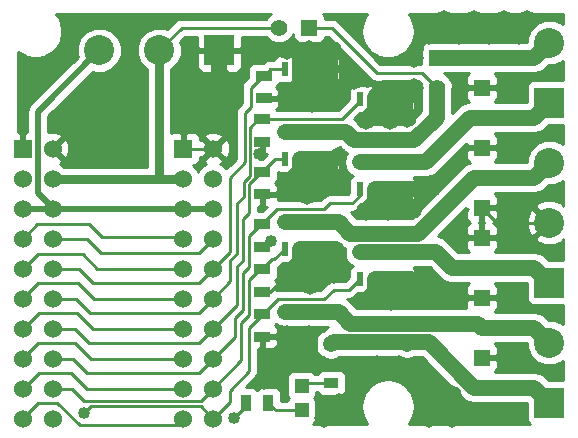
<source format=gtl>
G04 (created by PCBNEW (2013-07-07 BZR 4022)-stable) date 11/10/2013 6:39:55 PM*
%MOIN*%
G04 Gerber Fmt 3.4, Leading zero omitted, Abs format*
%FSLAX34Y34*%
G01*
G70*
G90*
G04 APERTURE LIST*
%ADD10C,0.00590551*%
%ADD11R,0.02X0.045*%
%ADD12R,0.055X0.035*%
%ADD13R,0.06X0.06*%
%ADD14C,0.06*%
%ADD15R,0.1X0.1*%
%ADD16C,0.1*%
%ADD17R,0.05X0.038*%
%ADD18R,0.035X0.055*%
%ADD19R,0.0472X0.0472*%
%ADD20R,0.055X0.055*%
%ADD21C,0.055*%
%ADD22C,0.04*%
%ADD23C,0.065*%
%ADD24C,0.02*%
%ADD25C,0.01*%
%ADD26C,0.03*%
%ADD27C,0.0544*%
G04 APERTURE END LIST*
G54D10*
G54D11*
X41675Y-54475D03*
X41675Y-52375D03*
X41175Y-54475D03*
X40675Y-54475D03*
X40175Y-54475D03*
X41175Y-52375D03*
X40675Y-52375D03*
X40175Y-52375D03*
X44175Y-58475D03*
X44175Y-56375D03*
X43675Y-58475D03*
X43175Y-58475D03*
X42675Y-58475D03*
X43675Y-56375D03*
X43175Y-56375D03*
X42675Y-56375D03*
X41675Y-57475D03*
X41675Y-55375D03*
X41175Y-57475D03*
X40675Y-57475D03*
X40175Y-57475D03*
X41175Y-55375D03*
X40675Y-55375D03*
X40175Y-55375D03*
X44175Y-55475D03*
X44175Y-53375D03*
X43675Y-55475D03*
X43175Y-55475D03*
X42675Y-55475D03*
X43675Y-53375D03*
X43175Y-53375D03*
X42675Y-53375D03*
X41675Y-51475D03*
X41675Y-49375D03*
X41175Y-51475D03*
X40675Y-51475D03*
X40175Y-51475D03*
X41175Y-49375D03*
X40675Y-49375D03*
X40175Y-49375D03*
X44175Y-52475D03*
X44175Y-50375D03*
X43675Y-52475D03*
X43175Y-52475D03*
X42675Y-52475D03*
X43675Y-50375D03*
X43175Y-50375D03*
X42675Y-50375D03*
G54D12*
X39425Y-58300D03*
X39425Y-57550D03*
X39425Y-56800D03*
X39425Y-56050D03*
X39425Y-53550D03*
X39425Y-52800D03*
X39425Y-55300D03*
X39425Y-54550D03*
X39475Y-50350D03*
X39475Y-49600D03*
X39425Y-51800D03*
X39425Y-51050D03*
G54D13*
X31450Y-52034D03*
G54D14*
X32450Y-52034D03*
X31450Y-53034D03*
X32450Y-53034D03*
X31450Y-54034D03*
X32450Y-54034D03*
X31450Y-55034D03*
X32450Y-55034D03*
X31450Y-56034D03*
X32450Y-56034D03*
X31450Y-57034D03*
X32450Y-57034D03*
X31450Y-58034D03*
X32450Y-58034D03*
X31450Y-59034D03*
X32450Y-59034D03*
X31450Y-60034D03*
X32450Y-60034D03*
X31450Y-61034D03*
X32450Y-61034D03*
G54D15*
X49000Y-56500D03*
G54D16*
X49000Y-54500D03*
X49000Y-52500D03*
G54D15*
X49000Y-60500D03*
G54D16*
X49000Y-58500D03*
G54D15*
X49000Y-50500D03*
G54D16*
X49000Y-48500D03*
G54D13*
X36800Y-52034D03*
G54D14*
X37800Y-52034D03*
X36800Y-53034D03*
X37800Y-53034D03*
X36800Y-54034D03*
X37800Y-54034D03*
X36800Y-55034D03*
X37800Y-55034D03*
X36800Y-56034D03*
X37800Y-56034D03*
X36800Y-57034D03*
X37800Y-57034D03*
X36800Y-58034D03*
X37800Y-58034D03*
X36800Y-59034D03*
X37800Y-59034D03*
X36800Y-60034D03*
X37800Y-60034D03*
X36800Y-61034D03*
X37800Y-61034D03*
G54D15*
X38000Y-48750D03*
G54D16*
X36000Y-48750D03*
X34000Y-48750D03*
G54D17*
X41740Y-59840D03*
X41740Y-58550D03*
G54D18*
X38875Y-60500D03*
X39625Y-60500D03*
G54D19*
X40750Y-60763D03*
X40750Y-59937D03*
G54D20*
X46750Y-50000D03*
G54D21*
X46750Y-49000D03*
G54D20*
X46750Y-52000D03*
G54D21*
X46750Y-51000D03*
G54D20*
X46750Y-54000D03*
G54D21*
X46750Y-53000D03*
G54D20*
X46750Y-55000D03*
G54D21*
X46750Y-56000D03*
G54D20*
X46750Y-57000D03*
G54D21*
X46750Y-58000D03*
G54D20*
X46750Y-59000D03*
G54D21*
X46750Y-60000D03*
G54D20*
X41000Y-48000D03*
G54D21*
X40000Y-48000D03*
G54D20*
X45250Y-49000D03*
G54D21*
X45250Y-50000D03*
G54D22*
X38500Y-61000D03*
X33500Y-60850D03*
G54D23*
X41825Y-53175D03*
X44500Y-49000D03*
X45000Y-48250D03*
X45500Y-47750D03*
X46000Y-48250D03*
X46500Y-47750D03*
X47000Y-48250D03*
X47500Y-47750D03*
X48000Y-48250D03*
X48250Y-47750D03*
X39500Y-48750D03*
X40250Y-48750D03*
X41000Y-48750D03*
X44250Y-51000D03*
X41750Y-48750D03*
X42500Y-49750D03*
X44500Y-50000D03*
X45750Y-60250D03*
X45750Y-61000D03*
X45000Y-61000D03*
X45000Y-60250D03*
X44750Y-59500D03*
X44000Y-59250D03*
X43250Y-59250D03*
X42500Y-59500D03*
X42000Y-60500D03*
X41500Y-61000D03*
X39500Y-59750D03*
X40000Y-59000D03*
X40750Y-59000D03*
X41000Y-58250D03*
X40250Y-58250D03*
X37000Y-49500D03*
X37000Y-50500D03*
X37500Y-51000D03*
X38000Y-50500D03*
X37500Y-50000D03*
X38500Y-50000D03*
X40375Y-50275D03*
G54D22*
X45125Y-53375D03*
X44625Y-53375D03*
G54D23*
X41825Y-56225D03*
G54D22*
X39725Y-55125D03*
G54D23*
X44425Y-54075D03*
X41825Y-50475D03*
X40375Y-56125D03*
X40925Y-53575D03*
X43725Y-57125D03*
X43675Y-51075D03*
X44525Y-57075D03*
X40225Y-53225D03*
X42875Y-51075D03*
X41025Y-56575D03*
G54D22*
X39325Y-52225D03*
G54D23*
X41075Y-50525D03*
X43625Y-54125D03*
X42925Y-57075D03*
X42875Y-54125D03*
G54D24*
X32450Y-54034D02*
X32450Y-54000D01*
X31950Y-50800D02*
X34000Y-48750D01*
X31950Y-53500D02*
X31950Y-50800D01*
X32450Y-54000D02*
X31950Y-53500D01*
X32450Y-54034D02*
X36800Y-54034D01*
X31450Y-54034D02*
X32450Y-54034D01*
X36800Y-54034D02*
X37800Y-54034D01*
G54D25*
X40000Y-48000D02*
X36750Y-48000D01*
X36750Y-48000D02*
X36000Y-48750D01*
X38875Y-60500D02*
X38875Y-60625D01*
X38875Y-60625D02*
X38500Y-61000D01*
G54D26*
X36000Y-48750D02*
X36000Y-53034D01*
X32450Y-53034D02*
X35950Y-53034D01*
X35450Y-53034D02*
X36000Y-53034D01*
X36000Y-53034D02*
X36800Y-53034D01*
G54D27*
X42675Y-58475D02*
X41815Y-58475D01*
X41815Y-58475D02*
X41740Y-58550D01*
X46750Y-60000D02*
X48500Y-60000D01*
X48500Y-60000D02*
X49000Y-60500D01*
X44175Y-58475D02*
X44975Y-58475D01*
X46500Y-60000D02*
X46750Y-60000D01*
X44975Y-58475D02*
X46500Y-60000D01*
X43675Y-58475D02*
X44175Y-58475D01*
X42675Y-58475D02*
X43175Y-58475D01*
X44242Y-58542D02*
X44175Y-58475D01*
X43175Y-58475D02*
X43675Y-58475D01*
G54D25*
X37376Y-60610D02*
X37800Y-61034D01*
X33739Y-60610D02*
X37376Y-60610D01*
X33500Y-60850D02*
X33739Y-60610D01*
X39425Y-57550D02*
X39425Y-57575D01*
X39425Y-57575D02*
X39000Y-58000D01*
X39000Y-58000D02*
X39000Y-59450D01*
X39000Y-59450D02*
X38350Y-60100D01*
X38350Y-60100D02*
X38350Y-60484D01*
X38350Y-60484D02*
X37800Y-61034D01*
X39450Y-57550D02*
X39949Y-57051D01*
X42310Y-56740D02*
X42675Y-56375D01*
X41810Y-56740D02*
X42310Y-56740D01*
X41499Y-57051D02*
X41810Y-56740D01*
X39949Y-57051D02*
X41499Y-57051D01*
X39425Y-57550D02*
X39450Y-57550D01*
G54D27*
X46750Y-58000D02*
X48500Y-58000D01*
X48500Y-58000D02*
X49000Y-58500D01*
X41675Y-57475D02*
X41975Y-57475D01*
X46620Y-57870D02*
X46750Y-58000D01*
X42370Y-57870D02*
X46620Y-57870D01*
X41975Y-57475D02*
X42370Y-57870D01*
X41175Y-57475D02*
X41675Y-57475D01*
X40675Y-57475D02*
X41175Y-57475D01*
X40175Y-57475D02*
X40675Y-57475D01*
G54D25*
X32450Y-60034D02*
X33084Y-60034D01*
X37384Y-60450D02*
X37800Y-60034D01*
X33500Y-60450D02*
X37384Y-60450D01*
X33084Y-60034D02*
X33500Y-60450D01*
X39425Y-56050D02*
X39350Y-56050D01*
X39350Y-56050D02*
X39000Y-56400D01*
X39000Y-56400D02*
X39000Y-57573D01*
X39000Y-57573D02*
X38739Y-57833D01*
X38739Y-57833D02*
X38739Y-59094D01*
X38739Y-59094D02*
X37800Y-60034D01*
X39750Y-55725D02*
X39425Y-56050D01*
X40175Y-55375D02*
X39825Y-55725D01*
X39825Y-55725D02*
X39750Y-55725D01*
G54D27*
X46750Y-56000D02*
X48500Y-56000D01*
X48500Y-56000D02*
X49000Y-56500D01*
X44175Y-55475D02*
X45225Y-55475D01*
X45750Y-56000D02*
X46750Y-56000D01*
X45225Y-55475D02*
X45750Y-56000D01*
X43675Y-55475D02*
X44175Y-55475D01*
X42675Y-55475D02*
X43175Y-55475D01*
X43175Y-55475D02*
X43675Y-55475D01*
G54D25*
X32450Y-59034D02*
X33134Y-59034D01*
X37334Y-59500D02*
X37800Y-59034D01*
X33600Y-59500D02*
X37334Y-59500D01*
X33134Y-59034D02*
X33600Y-59500D01*
X39425Y-54550D02*
X39400Y-54550D01*
X39400Y-54550D02*
X39000Y-54950D01*
X39000Y-54950D02*
X39000Y-55973D01*
X39000Y-55973D02*
X38789Y-56183D01*
X38789Y-56183D02*
X38789Y-57407D01*
X38789Y-57407D02*
X38529Y-57667D01*
X38529Y-57667D02*
X38529Y-58304D01*
X38529Y-58304D02*
X37800Y-59034D01*
X39425Y-54550D02*
X39350Y-54550D01*
X42425Y-53851D02*
X41699Y-53851D01*
X41499Y-54051D02*
X39924Y-54051D01*
X42675Y-53375D02*
X42675Y-53601D01*
X39924Y-54051D02*
X39425Y-54550D01*
X42675Y-53601D02*
X42425Y-53851D01*
X41699Y-53851D02*
X41499Y-54051D01*
G54D27*
X46750Y-53000D02*
X48500Y-53000D01*
X48500Y-53000D02*
X49000Y-52500D01*
X41675Y-54475D02*
X41975Y-54475D01*
X46500Y-53000D02*
X46750Y-53000D01*
X44629Y-54870D02*
X46500Y-53000D01*
X42370Y-54870D02*
X44629Y-54870D01*
X41975Y-54475D02*
X42370Y-54870D01*
X41175Y-54475D02*
X41799Y-54475D01*
X40175Y-54475D02*
X40675Y-54475D01*
X41799Y-54475D02*
X41675Y-54475D01*
X40675Y-54475D02*
X41175Y-54475D01*
G54D25*
X32450Y-58034D02*
X33184Y-58034D01*
X37334Y-58500D02*
X37800Y-58034D01*
X33650Y-58500D02*
X37334Y-58500D01*
X33184Y-58034D02*
X33650Y-58500D01*
X39425Y-52800D02*
X39400Y-52800D01*
X39400Y-52800D02*
X39000Y-53200D01*
X39000Y-53200D02*
X39000Y-54173D01*
X39000Y-54173D02*
X38789Y-54383D01*
X38789Y-54383D02*
X38789Y-55757D01*
X38789Y-55757D02*
X38579Y-55967D01*
X38579Y-55967D02*
X38579Y-57254D01*
X38579Y-57254D02*
X37800Y-58034D01*
X39425Y-52800D02*
X39300Y-52800D01*
X40175Y-52375D02*
X39850Y-52375D01*
X39850Y-52375D02*
X39425Y-52800D01*
G54D27*
X46750Y-51000D02*
X48500Y-51000D01*
X48500Y-51000D02*
X49000Y-50500D01*
X44775Y-52475D02*
X44879Y-52475D01*
X44175Y-52475D02*
X44775Y-52475D01*
X46354Y-51000D02*
X46750Y-51000D01*
X44879Y-52475D02*
X46354Y-51000D01*
X43175Y-52475D02*
X43675Y-52475D01*
X43675Y-52475D02*
X44175Y-52475D01*
X42675Y-52475D02*
X43175Y-52475D01*
G54D25*
X32450Y-57034D02*
X33234Y-57034D01*
X37334Y-57500D02*
X37800Y-57034D01*
X33700Y-57500D02*
X37334Y-57500D01*
X33234Y-57034D02*
X33700Y-57500D01*
X39425Y-51050D02*
X39300Y-51050D01*
X39300Y-51050D02*
X39011Y-51338D01*
X39011Y-51338D02*
X39011Y-52961D01*
X39011Y-52961D02*
X38839Y-53133D01*
X38839Y-53133D02*
X38839Y-53607D01*
X38839Y-53607D02*
X38579Y-53867D01*
X38579Y-53867D02*
X38579Y-55541D01*
X38579Y-55541D02*
X38369Y-55751D01*
X38369Y-55751D02*
X38369Y-56464D01*
X38369Y-56464D02*
X37800Y-57034D01*
X39425Y-51050D02*
X39350Y-51050D01*
X42675Y-50444D02*
X42075Y-51044D01*
X42675Y-50375D02*
X42675Y-50444D01*
X42075Y-51044D02*
X39431Y-51044D01*
X39431Y-51044D02*
X39425Y-51050D01*
X45250Y-50000D02*
X44750Y-49500D01*
X41750Y-48000D02*
X41000Y-48000D01*
X43250Y-49500D02*
X41750Y-48000D01*
X44750Y-49500D02*
X43250Y-49500D01*
G54D27*
X41675Y-51475D02*
X42225Y-51475D01*
X45250Y-51000D02*
X45250Y-50000D01*
X44500Y-51750D02*
X45250Y-51000D01*
X42500Y-51750D02*
X44500Y-51750D01*
X42225Y-51475D02*
X42500Y-51750D01*
X41175Y-51475D02*
X41675Y-51475D01*
X40675Y-51475D02*
X41175Y-51475D01*
X40175Y-51475D02*
X40675Y-51475D01*
X46750Y-49000D02*
X48500Y-49000D01*
X48500Y-49000D02*
X49000Y-48500D01*
X45250Y-49000D02*
X46750Y-49000D01*
G54D25*
X32450Y-56034D02*
X33334Y-56034D01*
X37334Y-56500D02*
X37800Y-56034D01*
X33800Y-56500D02*
X37334Y-56500D01*
X33334Y-56034D02*
X33800Y-56500D01*
X39475Y-49600D02*
X39450Y-49600D01*
X39450Y-49600D02*
X39050Y-50000D01*
X39050Y-50000D02*
X39050Y-50650D01*
X39050Y-50650D02*
X38851Y-50848D01*
X38851Y-50848D02*
X38851Y-52498D01*
X38851Y-52498D02*
X38350Y-53000D01*
X38350Y-53000D02*
X38350Y-55484D01*
X38350Y-55484D02*
X37800Y-56034D01*
X40175Y-49375D02*
X39700Y-49375D01*
X39700Y-49375D02*
X39475Y-49600D01*
X31450Y-61034D02*
X31450Y-61000D01*
X36584Y-61250D02*
X36800Y-61034D01*
X33350Y-61250D02*
X36584Y-61250D01*
X32600Y-60500D02*
X33350Y-61250D01*
X31950Y-60500D02*
X32600Y-60500D01*
X31450Y-61000D02*
X31950Y-60500D01*
X31450Y-56034D02*
X31466Y-56034D01*
X33934Y-56034D02*
X36800Y-56034D01*
X33450Y-55550D02*
X33934Y-56034D01*
X31950Y-55550D02*
X33450Y-55550D01*
X31466Y-56034D02*
X31950Y-55550D01*
X31450Y-60034D02*
X31466Y-60034D01*
X33584Y-60034D02*
X36800Y-60034D01*
X33050Y-59500D02*
X33584Y-60034D01*
X32000Y-59500D02*
X33050Y-59500D01*
X31466Y-60034D02*
X32000Y-59500D01*
X31450Y-59034D02*
X31450Y-59000D01*
X33734Y-59034D02*
X36800Y-59034D01*
X33200Y-58500D02*
X33734Y-59034D01*
X31950Y-58500D02*
X33200Y-58500D01*
X31450Y-59000D02*
X31950Y-58500D01*
X31450Y-58034D02*
X31466Y-58034D01*
X33784Y-58034D02*
X36800Y-58034D01*
X33250Y-57500D02*
X33784Y-58034D01*
X32000Y-57500D02*
X33250Y-57500D01*
X31466Y-58034D02*
X32000Y-57500D01*
X31450Y-57034D02*
X31450Y-57000D01*
X33834Y-57034D02*
X36800Y-57034D01*
X33300Y-56500D02*
X33834Y-57034D01*
X31950Y-56500D02*
X33300Y-56500D01*
X31450Y-57000D02*
X31950Y-56500D01*
X36800Y-55034D02*
X36534Y-55034D01*
X31934Y-54550D02*
X31450Y-55034D01*
X33650Y-54550D02*
X31934Y-54550D01*
X34089Y-54989D02*
X33650Y-54550D01*
X36489Y-54989D02*
X34089Y-54989D01*
X36534Y-55034D02*
X36489Y-54989D01*
X32450Y-55034D02*
X33584Y-55034D01*
X37334Y-55500D02*
X37800Y-55034D01*
X34050Y-55500D02*
X37334Y-55500D01*
X33584Y-55034D02*
X34050Y-55500D01*
G54D27*
X44175Y-56375D02*
X44375Y-56375D01*
X44375Y-56375D02*
X44500Y-56500D01*
X41675Y-55375D02*
X41875Y-55375D01*
X41875Y-55375D02*
X42000Y-55500D01*
X41675Y-52375D02*
X41875Y-52375D01*
X41875Y-52375D02*
X42000Y-52250D01*
X41675Y-52375D02*
X41675Y-53025D01*
X41675Y-53025D02*
X41825Y-53175D01*
X41675Y-53025D02*
X41825Y-53175D01*
X43175Y-56375D02*
X44175Y-56375D01*
X40675Y-55375D02*
X41675Y-55375D01*
X40675Y-52375D02*
X41675Y-52375D01*
X43175Y-53375D02*
X44175Y-53375D01*
X44175Y-50375D02*
X44175Y-50925D01*
X44175Y-50925D02*
X44250Y-51000D01*
X43175Y-50375D02*
X43175Y-50325D01*
X43500Y-50000D02*
X44500Y-50000D01*
X43175Y-50325D02*
X43500Y-50000D01*
X40675Y-49375D02*
X40675Y-49075D01*
X40675Y-49075D02*
X41000Y-48750D01*
X41675Y-49375D02*
X41675Y-48825D01*
X41675Y-48825D02*
X41750Y-48750D01*
X41175Y-49375D02*
X41175Y-48925D01*
X41175Y-48925D02*
X41000Y-48750D01*
G54D25*
X44500Y-49000D02*
X44750Y-48750D01*
X44750Y-48750D02*
X44750Y-48500D01*
X44750Y-48500D02*
X45000Y-48250D01*
X45500Y-47750D02*
X46000Y-48250D01*
X46500Y-47750D02*
X47000Y-48250D01*
X47500Y-47750D02*
X48000Y-48250D01*
X40250Y-48750D02*
X39500Y-48750D01*
X41750Y-48750D02*
X41000Y-48750D01*
X44250Y-51000D02*
X43000Y-49750D01*
X43000Y-49750D02*
X42500Y-49750D01*
X49000Y-54500D02*
X47250Y-54500D01*
X47250Y-54500D02*
X46750Y-54000D01*
X44175Y-50375D02*
X43675Y-50375D01*
X39425Y-58300D02*
X40200Y-58300D01*
X45750Y-61000D02*
X45750Y-60250D01*
X45000Y-60250D02*
X45000Y-61000D01*
X44250Y-59500D02*
X44750Y-59500D01*
X44000Y-59250D02*
X44250Y-59500D01*
X42750Y-59250D02*
X43250Y-59250D01*
X42500Y-59500D02*
X42750Y-59250D01*
X41500Y-61000D02*
X42000Y-60500D01*
X39500Y-59500D02*
X39500Y-59750D01*
X40000Y-59000D02*
X39500Y-59500D01*
X40750Y-58500D02*
X40750Y-59000D01*
X41000Y-58250D02*
X40750Y-58500D01*
X40200Y-58300D02*
X40250Y-58250D01*
G54D27*
X38000Y-48750D02*
X38000Y-49500D01*
X37500Y-51000D02*
X37000Y-50500D01*
X37500Y-50000D02*
X38000Y-50500D01*
X38000Y-49500D02*
X38500Y-50000D01*
G54D25*
X36800Y-52034D02*
X37800Y-52034D01*
X39475Y-50350D02*
X40300Y-50350D01*
G54D27*
X40675Y-49975D02*
X40375Y-50275D01*
X40675Y-49975D02*
X40675Y-49375D01*
G54D25*
X40300Y-50350D02*
X40375Y-50275D01*
G54D27*
X44175Y-53375D02*
X44625Y-53375D01*
X45125Y-53375D02*
X44875Y-53375D01*
X41675Y-55375D02*
X41675Y-56075D01*
X41675Y-56075D02*
X41825Y-56225D01*
X43675Y-54075D02*
X43625Y-54125D01*
X43675Y-57075D02*
X43725Y-57125D01*
X44175Y-53825D02*
X44425Y-54075D01*
X44175Y-53375D02*
X44175Y-53825D01*
X41675Y-49375D02*
X41675Y-50325D01*
X41675Y-50325D02*
X41825Y-50475D01*
X43175Y-56825D02*
X42925Y-57075D01*
X43175Y-53825D02*
X42875Y-54125D01*
X43675Y-50375D02*
X43675Y-51075D01*
X44175Y-56725D02*
X44525Y-57075D01*
X44175Y-56375D02*
X44175Y-56725D01*
X43175Y-53375D02*
X43175Y-53825D01*
X43675Y-53375D02*
X43675Y-54075D01*
G54D25*
X39700Y-56800D02*
X40375Y-56125D01*
G54D27*
X41175Y-50425D02*
X41075Y-50525D01*
G54D25*
X39425Y-52125D02*
X39325Y-52225D01*
G54D27*
X41175Y-55375D02*
X41175Y-56425D01*
G54D25*
X39425Y-53550D02*
X39900Y-53550D01*
G54D27*
X41175Y-53325D02*
X40925Y-53575D01*
X40675Y-55825D02*
X40375Y-56125D01*
X43175Y-56375D02*
X43175Y-56825D01*
G54D25*
X39550Y-55300D02*
X39725Y-55125D01*
G54D27*
X40675Y-55825D02*
X40675Y-55375D01*
X41175Y-49375D02*
X41175Y-50425D01*
G54D25*
X39425Y-56800D02*
X39700Y-56800D01*
G54D27*
X41175Y-56425D02*
X41025Y-56575D01*
X40675Y-52775D02*
X40225Y-53225D01*
X43175Y-50375D02*
X43175Y-50775D01*
X43675Y-56375D02*
X43675Y-57075D01*
X43175Y-50775D02*
X42875Y-51075D01*
G54D25*
X39425Y-51800D02*
X39425Y-52125D01*
G54D27*
X40675Y-52775D02*
X40675Y-52375D01*
G54D25*
X39425Y-55300D02*
X39550Y-55300D01*
X39900Y-53550D02*
X40225Y-53225D01*
G54D27*
X41175Y-52375D02*
X41175Y-53325D01*
G54D25*
X40750Y-60763D02*
X39888Y-60763D01*
X39888Y-60763D02*
X39625Y-60500D01*
X41740Y-59840D02*
X40847Y-59840D01*
X40847Y-59840D02*
X40750Y-59937D01*
G54D10*
G36*
X39482Y-55350D02*
X39475Y-55350D01*
X39475Y-55357D01*
X39375Y-55357D01*
X39375Y-55350D01*
X39367Y-55350D01*
X39367Y-55250D01*
X39375Y-55250D01*
X39375Y-55242D01*
X39475Y-55242D01*
X39475Y-55250D01*
X39482Y-55250D01*
X39482Y-55350D01*
X39482Y-55350D01*
G37*
G54D25*
X39482Y-55350D02*
X39475Y-55350D01*
X39475Y-55357D01*
X39375Y-55357D01*
X39375Y-55350D01*
X39367Y-55350D01*
X39367Y-55250D01*
X39375Y-55250D01*
X39375Y-55242D01*
X39475Y-55242D01*
X39475Y-55250D01*
X39482Y-55250D01*
X39482Y-55350D01*
G54D10*
G36*
X39482Y-56850D02*
X39475Y-56850D01*
X39475Y-56857D01*
X39375Y-56857D01*
X39375Y-56850D01*
X39367Y-56850D01*
X39367Y-56750D01*
X39375Y-56750D01*
X39375Y-56742D01*
X39475Y-56742D01*
X39475Y-56750D01*
X39482Y-56750D01*
X39482Y-56850D01*
X39482Y-56850D01*
G37*
G54D25*
X39482Y-56850D02*
X39475Y-56850D01*
X39475Y-56857D01*
X39375Y-56857D01*
X39375Y-56850D01*
X39367Y-56850D01*
X39367Y-56750D01*
X39375Y-56750D01*
X39375Y-56742D01*
X39475Y-56742D01*
X39475Y-56750D01*
X39482Y-56750D01*
X39482Y-56850D01*
G54D10*
G36*
X39575Y-52225D02*
X39425Y-52374D01*
X39311Y-52374D01*
X39311Y-52225D01*
X39312Y-52225D01*
X39375Y-52162D01*
X39375Y-51850D01*
X39367Y-51850D01*
X39367Y-51750D01*
X39375Y-51750D01*
X39375Y-51742D01*
X39475Y-51742D01*
X39475Y-51750D01*
X39482Y-51750D01*
X39482Y-51850D01*
X39475Y-51850D01*
X39475Y-52162D01*
X39537Y-52225D01*
X39575Y-52225D01*
X39575Y-52225D01*
G37*
G54D25*
X39575Y-52225D02*
X39425Y-52374D01*
X39311Y-52374D01*
X39311Y-52225D01*
X39312Y-52225D01*
X39375Y-52162D01*
X39375Y-51850D01*
X39367Y-51850D01*
X39367Y-51750D01*
X39375Y-51750D01*
X39375Y-51742D01*
X39475Y-51742D01*
X39475Y-51750D01*
X39482Y-51750D01*
X39482Y-51850D01*
X39475Y-51850D01*
X39475Y-52162D01*
X39537Y-52225D01*
X39575Y-52225D01*
G54D10*
G36*
X39714Y-47550D02*
X39703Y-47554D01*
X39557Y-47700D01*
X36750Y-47700D01*
X36635Y-47722D01*
X36537Y-47787D01*
X36274Y-48051D01*
X36149Y-48000D01*
X35851Y-47999D01*
X35575Y-48113D01*
X35364Y-48324D01*
X35250Y-48600D01*
X35249Y-48898D01*
X35363Y-49174D01*
X35574Y-49385D01*
X35600Y-49395D01*
X35600Y-52634D01*
X35450Y-52634D01*
X33004Y-52634D01*
X33004Y-52115D01*
X32993Y-51897D01*
X32931Y-51746D01*
X32835Y-51718D01*
X32520Y-52034D01*
X32835Y-52349D01*
X32931Y-52321D01*
X33004Y-52115D01*
X33004Y-52634D01*
X32827Y-52634D01*
X32761Y-52568D01*
X32686Y-52536D01*
X32737Y-52515D01*
X32765Y-52419D01*
X32450Y-52104D01*
X32444Y-52110D01*
X32373Y-52039D01*
X32379Y-52034D01*
X32373Y-52028D01*
X32444Y-51957D01*
X32450Y-51963D01*
X32765Y-51648D01*
X32737Y-51552D01*
X32531Y-51479D01*
X32313Y-51490D01*
X32300Y-51495D01*
X32300Y-50944D01*
X33775Y-49469D01*
X33850Y-49499D01*
X34148Y-49500D01*
X34424Y-49386D01*
X34635Y-49175D01*
X34749Y-48899D01*
X34750Y-48601D01*
X34636Y-48325D01*
X34425Y-48114D01*
X34149Y-48000D01*
X33851Y-47999D01*
X33575Y-48113D01*
X33364Y-48324D01*
X33250Y-48600D01*
X33249Y-48898D01*
X33281Y-48973D01*
X31702Y-50552D01*
X31626Y-50666D01*
X31600Y-50800D01*
X31600Y-51483D01*
X31562Y-51484D01*
X31500Y-51546D01*
X31500Y-51984D01*
X31507Y-51984D01*
X31507Y-52084D01*
X31500Y-52084D01*
X31500Y-52091D01*
X31400Y-52091D01*
X31400Y-52084D01*
X31392Y-52084D01*
X31392Y-51984D01*
X31400Y-51984D01*
X31400Y-51546D01*
X31337Y-51484D01*
X31300Y-51483D01*
X31300Y-48809D01*
X31477Y-48927D01*
X31478Y-48928D01*
X31586Y-48973D01*
X31816Y-49019D01*
X31933Y-49019D01*
X31934Y-49019D01*
X32161Y-48973D01*
X32162Y-48973D01*
X32271Y-48928D01*
X32465Y-48799D01*
X32548Y-48716D01*
X32549Y-48715D01*
X32677Y-48522D01*
X32678Y-48521D01*
X32723Y-48413D01*
X32769Y-48183D01*
X32769Y-48183D01*
X32769Y-48183D01*
X32769Y-48125D01*
X32769Y-48066D01*
X32769Y-48066D01*
X32769Y-48066D01*
X32723Y-47836D01*
X32678Y-47728D01*
X32677Y-47727D01*
X32559Y-47550D01*
X39714Y-47550D01*
X39714Y-47550D01*
G37*
G54D25*
X39714Y-47550D02*
X39703Y-47554D01*
X39557Y-47700D01*
X36750Y-47700D01*
X36635Y-47722D01*
X36537Y-47787D01*
X36274Y-48051D01*
X36149Y-48000D01*
X35851Y-47999D01*
X35575Y-48113D01*
X35364Y-48324D01*
X35250Y-48600D01*
X35249Y-48898D01*
X35363Y-49174D01*
X35574Y-49385D01*
X35600Y-49395D01*
X35600Y-52634D01*
X35450Y-52634D01*
X33004Y-52634D01*
X33004Y-52115D01*
X32993Y-51897D01*
X32931Y-51746D01*
X32835Y-51718D01*
X32520Y-52034D01*
X32835Y-52349D01*
X32931Y-52321D01*
X33004Y-52115D01*
X33004Y-52634D01*
X32827Y-52634D01*
X32761Y-52568D01*
X32686Y-52536D01*
X32737Y-52515D01*
X32765Y-52419D01*
X32450Y-52104D01*
X32444Y-52110D01*
X32373Y-52039D01*
X32379Y-52034D01*
X32373Y-52028D01*
X32444Y-51957D01*
X32450Y-51963D01*
X32765Y-51648D01*
X32737Y-51552D01*
X32531Y-51479D01*
X32313Y-51490D01*
X32300Y-51495D01*
X32300Y-50944D01*
X33775Y-49469D01*
X33850Y-49499D01*
X34148Y-49500D01*
X34424Y-49386D01*
X34635Y-49175D01*
X34749Y-48899D01*
X34750Y-48601D01*
X34636Y-48325D01*
X34425Y-48114D01*
X34149Y-48000D01*
X33851Y-47999D01*
X33575Y-48113D01*
X33364Y-48324D01*
X33250Y-48600D01*
X33249Y-48898D01*
X33281Y-48973D01*
X31702Y-50552D01*
X31626Y-50666D01*
X31600Y-50800D01*
X31600Y-51483D01*
X31562Y-51484D01*
X31500Y-51546D01*
X31500Y-51984D01*
X31507Y-51984D01*
X31507Y-52084D01*
X31500Y-52084D01*
X31500Y-52091D01*
X31400Y-52091D01*
X31400Y-52084D01*
X31392Y-52084D01*
X31392Y-51984D01*
X31400Y-51984D01*
X31400Y-51546D01*
X31337Y-51484D01*
X31300Y-51483D01*
X31300Y-48809D01*
X31477Y-48927D01*
X31478Y-48928D01*
X31586Y-48973D01*
X31816Y-49019D01*
X31933Y-49019D01*
X31934Y-49019D01*
X32161Y-48973D01*
X32162Y-48973D01*
X32271Y-48928D01*
X32465Y-48799D01*
X32548Y-48716D01*
X32549Y-48715D01*
X32677Y-48522D01*
X32678Y-48521D01*
X32723Y-48413D01*
X32769Y-48183D01*
X32769Y-48183D01*
X32769Y-48183D01*
X32769Y-48125D01*
X32769Y-48066D01*
X32769Y-48066D01*
X32769Y-48066D01*
X32723Y-47836D01*
X32678Y-47728D01*
X32677Y-47727D01*
X32559Y-47550D01*
X39714Y-47550D01*
G54D10*
G36*
X42441Y-52934D02*
X42433Y-52937D01*
X42363Y-53008D01*
X42325Y-53100D01*
X42324Y-53199D01*
X42324Y-53526D01*
X42300Y-53551D01*
X42025Y-53551D01*
X42025Y-52550D01*
X42025Y-52487D01*
X41962Y-52425D01*
X41725Y-52425D01*
X41725Y-52787D01*
X41787Y-52850D01*
X41824Y-52850D01*
X41916Y-52812D01*
X41986Y-52741D01*
X42024Y-52649D01*
X42025Y-52550D01*
X42025Y-53551D01*
X41699Y-53551D01*
X41625Y-53565D01*
X41625Y-52787D01*
X41625Y-52425D01*
X41462Y-52425D01*
X41387Y-52425D01*
X41225Y-52425D01*
X41225Y-52787D01*
X41287Y-52850D01*
X41324Y-52850D01*
X41416Y-52812D01*
X41425Y-52803D01*
X41433Y-52812D01*
X41525Y-52850D01*
X41562Y-52850D01*
X41625Y-52787D01*
X41625Y-53565D01*
X41584Y-53573D01*
X41486Y-53638D01*
X41374Y-53751D01*
X41125Y-53751D01*
X41125Y-52787D01*
X41125Y-52425D01*
X40962Y-52425D01*
X40887Y-52425D01*
X40725Y-52425D01*
X40725Y-52787D01*
X40787Y-52850D01*
X40824Y-52850D01*
X40916Y-52812D01*
X40925Y-52803D01*
X40933Y-52812D01*
X41025Y-52850D01*
X41062Y-52850D01*
X41125Y-52787D01*
X41125Y-53751D01*
X39950Y-53751D01*
X39950Y-53662D01*
X39887Y-53600D01*
X39475Y-53600D01*
X39475Y-53912D01*
X39537Y-53975D01*
X39575Y-53975D01*
X39425Y-54124D01*
X39300Y-54124D01*
X39300Y-53975D01*
X39312Y-53975D01*
X39375Y-53912D01*
X39375Y-53600D01*
X39367Y-53600D01*
X39367Y-53500D01*
X39375Y-53500D01*
X39375Y-53492D01*
X39475Y-53492D01*
X39475Y-53500D01*
X39887Y-53500D01*
X39950Y-53437D01*
X39950Y-53325D01*
X39912Y-53233D01*
X39853Y-53174D01*
X39911Y-53116D01*
X39949Y-53024D01*
X39950Y-52925D01*
X39950Y-52818D01*
X40025Y-52849D01*
X40124Y-52850D01*
X40324Y-52850D01*
X40416Y-52812D01*
X40425Y-52803D01*
X40433Y-52812D01*
X40525Y-52850D01*
X40562Y-52850D01*
X40625Y-52787D01*
X40625Y-52425D01*
X40617Y-52425D01*
X40617Y-52325D01*
X40625Y-52325D01*
X40625Y-52317D01*
X40725Y-52317D01*
X40725Y-52325D01*
X40887Y-52325D01*
X40962Y-52325D01*
X41125Y-52325D01*
X41125Y-52317D01*
X41225Y-52317D01*
X41225Y-52325D01*
X41387Y-52325D01*
X41462Y-52325D01*
X41625Y-52325D01*
X41625Y-52317D01*
X41725Y-52317D01*
X41725Y-52325D01*
X41962Y-52325D01*
X42025Y-52262D01*
X42025Y-52199D01*
X42024Y-52100D01*
X41986Y-52008D01*
X41975Y-51997D01*
X42008Y-51997D01*
X42130Y-52119D01*
X42245Y-52195D01*
X42192Y-52275D01*
X42153Y-52475D01*
X42192Y-52674D01*
X42305Y-52844D01*
X42441Y-52934D01*
X42441Y-52934D01*
G37*
G54D25*
X42441Y-52934D02*
X42433Y-52937D01*
X42363Y-53008D01*
X42325Y-53100D01*
X42324Y-53199D01*
X42324Y-53526D01*
X42300Y-53551D01*
X42025Y-53551D01*
X42025Y-52550D01*
X42025Y-52487D01*
X41962Y-52425D01*
X41725Y-52425D01*
X41725Y-52787D01*
X41787Y-52850D01*
X41824Y-52850D01*
X41916Y-52812D01*
X41986Y-52741D01*
X42024Y-52649D01*
X42025Y-52550D01*
X42025Y-53551D01*
X41699Y-53551D01*
X41625Y-53565D01*
X41625Y-52787D01*
X41625Y-52425D01*
X41462Y-52425D01*
X41387Y-52425D01*
X41225Y-52425D01*
X41225Y-52787D01*
X41287Y-52850D01*
X41324Y-52850D01*
X41416Y-52812D01*
X41425Y-52803D01*
X41433Y-52812D01*
X41525Y-52850D01*
X41562Y-52850D01*
X41625Y-52787D01*
X41625Y-53565D01*
X41584Y-53573D01*
X41486Y-53638D01*
X41374Y-53751D01*
X41125Y-53751D01*
X41125Y-52787D01*
X41125Y-52425D01*
X40962Y-52425D01*
X40887Y-52425D01*
X40725Y-52425D01*
X40725Y-52787D01*
X40787Y-52850D01*
X40824Y-52850D01*
X40916Y-52812D01*
X40925Y-52803D01*
X40933Y-52812D01*
X41025Y-52850D01*
X41062Y-52850D01*
X41125Y-52787D01*
X41125Y-53751D01*
X39950Y-53751D01*
X39950Y-53662D01*
X39887Y-53600D01*
X39475Y-53600D01*
X39475Y-53912D01*
X39537Y-53975D01*
X39575Y-53975D01*
X39425Y-54124D01*
X39300Y-54124D01*
X39300Y-53975D01*
X39312Y-53975D01*
X39375Y-53912D01*
X39375Y-53600D01*
X39367Y-53600D01*
X39367Y-53500D01*
X39375Y-53500D01*
X39375Y-53492D01*
X39475Y-53492D01*
X39475Y-53500D01*
X39887Y-53500D01*
X39950Y-53437D01*
X39950Y-53325D01*
X39912Y-53233D01*
X39853Y-53174D01*
X39911Y-53116D01*
X39949Y-53024D01*
X39950Y-52925D01*
X39950Y-52818D01*
X40025Y-52849D01*
X40124Y-52850D01*
X40324Y-52850D01*
X40416Y-52812D01*
X40425Y-52803D01*
X40433Y-52812D01*
X40525Y-52850D01*
X40562Y-52850D01*
X40625Y-52787D01*
X40625Y-52425D01*
X40617Y-52425D01*
X40617Y-52325D01*
X40625Y-52325D01*
X40625Y-52317D01*
X40725Y-52317D01*
X40725Y-52325D01*
X40887Y-52325D01*
X40962Y-52325D01*
X41125Y-52325D01*
X41125Y-52317D01*
X41225Y-52317D01*
X41225Y-52325D01*
X41387Y-52325D01*
X41462Y-52325D01*
X41625Y-52325D01*
X41625Y-52317D01*
X41725Y-52317D01*
X41725Y-52325D01*
X41962Y-52325D01*
X42025Y-52262D01*
X42025Y-52199D01*
X42024Y-52100D01*
X41986Y-52008D01*
X41975Y-51997D01*
X42008Y-51997D01*
X42130Y-52119D01*
X42245Y-52195D01*
X42192Y-52275D01*
X42153Y-52475D01*
X42192Y-52674D01*
X42305Y-52844D01*
X42441Y-52934D01*
G54D10*
G36*
X42441Y-55934D02*
X42433Y-55937D01*
X42363Y-56008D01*
X42325Y-56100D01*
X42324Y-56199D01*
X42324Y-56300D01*
X42185Y-56440D01*
X42025Y-56440D01*
X42025Y-55550D01*
X42025Y-55487D01*
X41962Y-55425D01*
X41725Y-55425D01*
X41725Y-55787D01*
X41787Y-55850D01*
X41824Y-55850D01*
X41916Y-55812D01*
X41986Y-55741D01*
X42024Y-55649D01*
X42025Y-55550D01*
X42025Y-56440D01*
X41810Y-56440D01*
X41695Y-56462D01*
X41625Y-56509D01*
X41625Y-55787D01*
X41625Y-55425D01*
X41462Y-55425D01*
X41387Y-55425D01*
X41225Y-55425D01*
X41225Y-55787D01*
X41287Y-55850D01*
X41324Y-55850D01*
X41416Y-55812D01*
X41425Y-55803D01*
X41433Y-55812D01*
X41525Y-55850D01*
X41562Y-55850D01*
X41625Y-55787D01*
X41625Y-56509D01*
X41597Y-56527D01*
X41374Y-56751D01*
X41125Y-56751D01*
X41125Y-55787D01*
X41125Y-55425D01*
X40962Y-55425D01*
X40887Y-55425D01*
X40725Y-55425D01*
X40725Y-55787D01*
X40787Y-55850D01*
X40824Y-55850D01*
X40916Y-55812D01*
X40925Y-55803D01*
X40933Y-55812D01*
X41025Y-55850D01*
X41062Y-55850D01*
X41125Y-55787D01*
X41125Y-56751D01*
X39950Y-56751D01*
X39950Y-56749D01*
X39887Y-56749D01*
X39950Y-56687D01*
X39950Y-56575D01*
X39912Y-56483D01*
X39853Y-56424D01*
X39911Y-56366D01*
X39949Y-56274D01*
X39950Y-56175D01*
X39950Y-55995D01*
X40037Y-55937D01*
X40124Y-55850D01*
X40124Y-55850D01*
X40324Y-55850D01*
X40416Y-55812D01*
X40425Y-55803D01*
X40433Y-55812D01*
X40525Y-55850D01*
X40562Y-55850D01*
X40625Y-55787D01*
X40625Y-55425D01*
X40617Y-55425D01*
X40617Y-55325D01*
X40625Y-55325D01*
X40625Y-55317D01*
X40725Y-55317D01*
X40725Y-55325D01*
X40887Y-55325D01*
X40962Y-55325D01*
X41125Y-55325D01*
X41125Y-55317D01*
X41225Y-55317D01*
X41225Y-55325D01*
X41387Y-55325D01*
X41462Y-55325D01*
X41625Y-55325D01*
X41625Y-55317D01*
X41725Y-55317D01*
X41725Y-55325D01*
X41962Y-55325D01*
X42025Y-55262D01*
X42025Y-55255D01*
X42171Y-55353D01*
X42171Y-55353D01*
X42176Y-55354D01*
X42153Y-55475D01*
X42192Y-55674D01*
X42305Y-55844D01*
X42441Y-55934D01*
X42441Y-55934D01*
G37*
G54D25*
X42441Y-55934D02*
X42433Y-55937D01*
X42363Y-56008D01*
X42325Y-56100D01*
X42324Y-56199D01*
X42324Y-56300D01*
X42185Y-56440D01*
X42025Y-56440D01*
X42025Y-55550D01*
X42025Y-55487D01*
X41962Y-55425D01*
X41725Y-55425D01*
X41725Y-55787D01*
X41787Y-55850D01*
X41824Y-55850D01*
X41916Y-55812D01*
X41986Y-55741D01*
X42024Y-55649D01*
X42025Y-55550D01*
X42025Y-56440D01*
X41810Y-56440D01*
X41695Y-56462D01*
X41625Y-56509D01*
X41625Y-55787D01*
X41625Y-55425D01*
X41462Y-55425D01*
X41387Y-55425D01*
X41225Y-55425D01*
X41225Y-55787D01*
X41287Y-55850D01*
X41324Y-55850D01*
X41416Y-55812D01*
X41425Y-55803D01*
X41433Y-55812D01*
X41525Y-55850D01*
X41562Y-55850D01*
X41625Y-55787D01*
X41625Y-56509D01*
X41597Y-56527D01*
X41374Y-56751D01*
X41125Y-56751D01*
X41125Y-55787D01*
X41125Y-55425D01*
X40962Y-55425D01*
X40887Y-55425D01*
X40725Y-55425D01*
X40725Y-55787D01*
X40787Y-55850D01*
X40824Y-55850D01*
X40916Y-55812D01*
X40925Y-55803D01*
X40933Y-55812D01*
X41025Y-55850D01*
X41062Y-55850D01*
X41125Y-55787D01*
X41125Y-56751D01*
X39950Y-56751D01*
X39950Y-56749D01*
X39887Y-56749D01*
X39950Y-56687D01*
X39950Y-56575D01*
X39912Y-56483D01*
X39853Y-56424D01*
X39911Y-56366D01*
X39949Y-56274D01*
X39950Y-56175D01*
X39950Y-55995D01*
X40037Y-55937D01*
X40124Y-55850D01*
X40124Y-55850D01*
X40324Y-55850D01*
X40416Y-55812D01*
X40425Y-55803D01*
X40433Y-55812D01*
X40525Y-55850D01*
X40562Y-55850D01*
X40625Y-55787D01*
X40625Y-55425D01*
X40617Y-55425D01*
X40617Y-55325D01*
X40625Y-55325D01*
X40625Y-55317D01*
X40725Y-55317D01*
X40725Y-55325D01*
X40887Y-55325D01*
X40962Y-55325D01*
X41125Y-55325D01*
X41125Y-55317D01*
X41225Y-55317D01*
X41225Y-55325D01*
X41387Y-55325D01*
X41462Y-55325D01*
X41625Y-55325D01*
X41625Y-55317D01*
X41725Y-55317D01*
X41725Y-55325D01*
X41962Y-55325D01*
X42025Y-55262D01*
X42025Y-55255D01*
X42171Y-55353D01*
X42171Y-55353D01*
X42176Y-55354D01*
X42153Y-55475D01*
X42192Y-55674D01*
X42305Y-55844D01*
X42441Y-55934D01*
G54D10*
G36*
X44728Y-50783D02*
X44525Y-50986D01*
X44525Y-50550D01*
X44525Y-50199D01*
X44524Y-50100D01*
X44486Y-50008D01*
X44416Y-49937D01*
X44324Y-49899D01*
X44287Y-49900D01*
X44225Y-49962D01*
X44225Y-50325D01*
X44462Y-50325D01*
X44525Y-50262D01*
X44525Y-50199D01*
X44525Y-50550D01*
X44525Y-50487D01*
X44462Y-50425D01*
X44225Y-50425D01*
X44225Y-50787D01*
X44287Y-50850D01*
X44324Y-50850D01*
X44416Y-50812D01*
X44486Y-50741D01*
X44524Y-50649D01*
X44525Y-50550D01*
X44525Y-50986D01*
X44283Y-51228D01*
X44125Y-51228D01*
X44125Y-50787D01*
X44125Y-50425D01*
X44125Y-50325D01*
X44125Y-49962D01*
X44062Y-49900D01*
X44025Y-49899D01*
X43933Y-49937D01*
X43925Y-49946D01*
X43916Y-49937D01*
X43824Y-49899D01*
X43787Y-49900D01*
X43725Y-49962D01*
X43725Y-50325D01*
X43887Y-50325D01*
X43962Y-50325D01*
X44125Y-50325D01*
X44125Y-50425D01*
X43962Y-50425D01*
X43887Y-50425D01*
X43725Y-50425D01*
X43725Y-50787D01*
X43787Y-50850D01*
X43824Y-50850D01*
X43916Y-50812D01*
X43925Y-50803D01*
X43933Y-50812D01*
X44025Y-50850D01*
X44062Y-50850D01*
X44125Y-50787D01*
X44125Y-51228D01*
X43625Y-51228D01*
X43625Y-50787D01*
X43625Y-50425D01*
X43625Y-50325D01*
X43625Y-49962D01*
X43562Y-49900D01*
X43525Y-49899D01*
X43433Y-49937D01*
X43425Y-49946D01*
X43416Y-49937D01*
X43324Y-49899D01*
X43287Y-49900D01*
X43225Y-49962D01*
X43225Y-50325D01*
X43387Y-50325D01*
X43462Y-50325D01*
X43625Y-50325D01*
X43625Y-50425D01*
X43462Y-50425D01*
X43387Y-50425D01*
X43225Y-50425D01*
X43225Y-50787D01*
X43287Y-50850D01*
X43324Y-50850D01*
X43416Y-50812D01*
X43425Y-50803D01*
X43433Y-50812D01*
X43525Y-50850D01*
X43562Y-50850D01*
X43625Y-50787D01*
X43625Y-51228D01*
X42716Y-51228D01*
X42594Y-51105D01*
X42500Y-51043D01*
X42693Y-50850D01*
X42824Y-50850D01*
X42916Y-50812D01*
X42925Y-50803D01*
X42933Y-50812D01*
X43025Y-50850D01*
X43062Y-50850D01*
X43125Y-50787D01*
X43125Y-50425D01*
X43117Y-50425D01*
X43117Y-50325D01*
X43125Y-50325D01*
X43125Y-49962D01*
X43062Y-49900D01*
X43025Y-49899D01*
X42933Y-49937D01*
X42925Y-49946D01*
X42916Y-49938D01*
X42824Y-49900D01*
X42725Y-49899D01*
X42525Y-49899D01*
X42433Y-49937D01*
X42363Y-50008D01*
X42325Y-50100D01*
X42324Y-50199D01*
X42324Y-50369D01*
X42025Y-50669D01*
X42025Y-49550D01*
X42025Y-49199D01*
X42024Y-49100D01*
X41986Y-49008D01*
X41916Y-48937D01*
X41824Y-48899D01*
X41787Y-48900D01*
X41725Y-48962D01*
X41725Y-49325D01*
X41962Y-49325D01*
X42025Y-49262D01*
X42025Y-49199D01*
X42025Y-49550D01*
X42025Y-49487D01*
X41962Y-49425D01*
X41725Y-49425D01*
X41725Y-49787D01*
X41787Y-49850D01*
X41824Y-49850D01*
X41916Y-49812D01*
X41986Y-49741D01*
X42024Y-49649D01*
X42025Y-49550D01*
X42025Y-50669D01*
X41950Y-50744D01*
X41625Y-50744D01*
X41625Y-49787D01*
X41625Y-49425D01*
X41625Y-49325D01*
X41625Y-48962D01*
X41562Y-48900D01*
X41525Y-48899D01*
X41433Y-48937D01*
X41425Y-48946D01*
X41416Y-48937D01*
X41324Y-48899D01*
X41287Y-48900D01*
X41225Y-48962D01*
X41225Y-49325D01*
X41387Y-49325D01*
X41462Y-49325D01*
X41625Y-49325D01*
X41625Y-49425D01*
X41462Y-49425D01*
X41387Y-49425D01*
X41225Y-49425D01*
X41225Y-49787D01*
X41287Y-49850D01*
X41324Y-49850D01*
X41416Y-49812D01*
X41425Y-49803D01*
X41433Y-49812D01*
X41525Y-49850D01*
X41562Y-49850D01*
X41625Y-49787D01*
X41625Y-50744D01*
X41125Y-50744D01*
X41125Y-49787D01*
X41125Y-49425D01*
X41125Y-49325D01*
X41125Y-48962D01*
X41062Y-48900D01*
X41025Y-48899D01*
X40933Y-48937D01*
X40925Y-48946D01*
X40916Y-48937D01*
X40824Y-48899D01*
X40787Y-48900D01*
X40725Y-48962D01*
X40725Y-49325D01*
X40887Y-49325D01*
X40962Y-49325D01*
X41125Y-49325D01*
X41125Y-49425D01*
X40962Y-49425D01*
X40887Y-49425D01*
X40725Y-49425D01*
X40725Y-49787D01*
X40787Y-49850D01*
X40824Y-49850D01*
X40916Y-49812D01*
X40925Y-49803D01*
X40933Y-49812D01*
X41025Y-49850D01*
X41062Y-49850D01*
X41125Y-49787D01*
X41125Y-50744D01*
X39916Y-50744D01*
X39912Y-50733D01*
X39903Y-50725D01*
X39962Y-50666D01*
X40000Y-50574D01*
X40000Y-50462D01*
X39937Y-50400D01*
X39525Y-50400D01*
X39525Y-50407D01*
X39425Y-50407D01*
X39425Y-50400D01*
X39417Y-50400D01*
X39417Y-50300D01*
X39425Y-50300D01*
X39425Y-50292D01*
X39525Y-50292D01*
X39525Y-50300D01*
X39937Y-50300D01*
X40000Y-50237D01*
X40000Y-50125D01*
X39962Y-50033D01*
X39903Y-49974D01*
X39961Y-49916D01*
X39994Y-49837D01*
X40025Y-49849D01*
X40124Y-49850D01*
X40324Y-49850D01*
X40416Y-49812D01*
X40425Y-49803D01*
X40433Y-49812D01*
X40525Y-49850D01*
X40562Y-49850D01*
X40625Y-49787D01*
X40625Y-49425D01*
X40617Y-49425D01*
X40617Y-49325D01*
X40625Y-49325D01*
X40625Y-48962D01*
X40562Y-48900D01*
X40525Y-48899D01*
X40433Y-48937D01*
X40425Y-48946D01*
X40416Y-48938D01*
X40324Y-48900D01*
X40225Y-48899D01*
X40025Y-48899D01*
X39933Y-48937D01*
X39863Y-49008D01*
X39835Y-49075D01*
X39700Y-49075D01*
X39585Y-49097D01*
X39487Y-49162D01*
X39475Y-49174D01*
X39150Y-49174D01*
X39058Y-49212D01*
X38988Y-49283D01*
X38950Y-49375D01*
X38949Y-49474D01*
X38949Y-49675D01*
X38837Y-49787D01*
X38772Y-49885D01*
X38750Y-49999D01*
X38750Y-49200D01*
X38750Y-48862D01*
X38687Y-48800D01*
X38050Y-48800D01*
X38050Y-49437D01*
X38112Y-49500D01*
X38549Y-49500D01*
X38641Y-49462D01*
X38711Y-49391D01*
X38749Y-49299D01*
X38750Y-49200D01*
X38750Y-49999D01*
X38750Y-50000D01*
X38750Y-50525D01*
X38639Y-50636D01*
X38574Y-50733D01*
X38551Y-50848D01*
X38551Y-52373D01*
X38354Y-52570D01*
X38354Y-52115D01*
X38343Y-51897D01*
X38281Y-51746D01*
X38185Y-51718D01*
X38115Y-51789D01*
X38115Y-51648D01*
X38087Y-51552D01*
X37950Y-51503D01*
X37950Y-49437D01*
X37950Y-48800D01*
X37312Y-48800D01*
X37250Y-48862D01*
X37249Y-49200D01*
X37250Y-49299D01*
X37288Y-49391D01*
X37358Y-49462D01*
X37450Y-49500D01*
X37887Y-49500D01*
X37950Y-49437D01*
X37950Y-51503D01*
X37881Y-51479D01*
X37663Y-51490D01*
X37512Y-51552D01*
X37484Y-51648D01*
X37800Y-51963D01*
X38115Y-51648D01*
X38115Y-51789D01*
X37870Y-52034D01*
X38185Y-52349D01*
X38281Y-52321D01*
X38354Y-52115D01*
X38354Y-52570D01*
X38234Y-52690D01*
X38111Y-52568D01*
X38036Y-52536D01*
X38087Y-52515D01*
X38115Y-52419D01*
X37800Y-52104D01*
X37484Y-52419D01*
X37512Y-52515D01*
X37567Y-52534D01*
X37488Y-52567D01*
X37334Y-52722D01*
X37300Y-52803D01*
X37266Y-52722D01*
X37127Y-52583D01*
X37149Y-52583D01*
X37241Y-52545D01*
X37312Y-52475D01*
X37350Y-52383D01*
X37350Y-52330D01*
X37414Y-52349D01*
X37729Y-52034D01*
X37414Y-51718D01*
X37350Y-51737D01*
X37350Y-51684D01*
X37312Y-51592D01*
X37241Y-51522D01*
X37149Y-51484D01*
X37050Y-51483D01*
X36912Y-51484D01*
X36850Y-51546D01*
X36850Y-51984D01*
X36857Y-51984D01*
X36857Y-52084D01*
X36850Y-52084D01*
X36850Y-52091D01*
X36750Y-52091D01*
X36750Y-52084D01*
X36742Y-52084D01*
X36742Y-51984D01*
X36750Y-51984D01*
X36750Y-51546D01*
X36687Y-51484D01*
X36549Y-51483D01*
X36450Y-51484D01*
X36400Y-51504D01*
X36400Y-49396D01*
X36424Y-49386D01*
X36635Y-49175D01*
X36749Y-48899D01*
X36750Y-48601D01*
X36698Y-48475D01*
X36874Y-48300D01*
X37249Y-48300D01*
X37250Y-48637D01*
X37312Y-48700D01*
X37950Y-48700D01*
X37950Y-48692D01*
X38050Y-48692D01*
X38050Y-48700D01*
X38687Y-48700D01*
X38750Y-48637D01*
X38750Y-48300D01*
X39557Y-48300D01*
X39702Y-48444D01*
X39895Y-48524D01*
X40103Y-48525D01*
X40297Y-48445D01*
X40444Y-48297D01*
X40474Y-48225D01*
X40474Y-48324D01*
X40512Y-48416D01*
X40583Y-48486D01*
X40675Y-48524D01*
X40774Y-48525D01*
X41324Y-48525D01*
X41416Y-48487D01*
X41486Y-48416D01*
X41524Y-48324D01*
X41524Y-48300D01*
X41625Y-48300D01*
X43037Y-49712D01*
X43037Y-49712D01*
X43135Y-49777D01*
X43250Y-49800D01*
X44625Y-49800D01*
X44725Y-49899D01*
X44724Y-50103D01*
X44728Y-50111D01*
X44728Y-50783D01*
X44728Y-50783D01*
G37*
G54D25*
X44728Y-50783D02*
X44525Y-50986D01*
X44525Y-50550D01*
X44525Y-50199D01*
X44524Y-50100D01*
X44486Y-50008D01*
X44416Y-49937D01*
X44324Y-49899D01*
X44287Y-49900D01*
X44225Y-49962D01*
X44225Y-50325D01*
X44462Y-50325D01*
X44525Y-50262D01*
X44525Y-50199D01*
X44525Y-50550D01*
X44525Y-50487D01*
X44462Y-50425D01*
X44225Y-50425D01*
X44225Y-50787D01*
X44287Y-50850D01*
X44324Y-50850D01*
X44416Y-50812D01*
X44486Y-50741D01*
X44524Y-50649D01*
X44525Y-50550D01*
X44525Y-50986D01*
X44283Y-51228D01*
X44125Y-51228D01*
X44125Y-50787D01*
X44125Y-50425D01*
X44125Y-50325D01*
X44125Y-49962D01*
X44062Y-49900D01*
X44025Y-49899D01*
X43933Y-49937D01*
X43925Y-49946D01*
X43916Y-49937D01*
X43824Y-49899D01*
X43787Y-49900D01*
X43725Y-49962D01*
X43725Y-50325D01*
X43887Y-50325D01*
X43962Y-50325D01*
X44125Y-50325D01*
X44125Y-50425D01*
X43962Y-50425D01*
X43887Y-50425D01*
X43725Y-50425D01*
X43725Y-50787D01*
X43787Y-50850D01*
X43824Y-50850D01*
X43916Y-50812D01*
X43925Y-50803D01*
X43933Y-50812D01*
X44025Y-50850D01*
X44062Y-50850D01*
X44125Y-50787D01*
X44125Y-51228D01*
X43625Y-51228D01*
X43625Y-50787D01*
X43625Y-50425D01*
X43625Y-50325D01*
X43625Y-49962D01*
X43562Y-49900D01*
X43525Y-49899D01*
X43433Y-49937D01*
X43425Y-49946D01*
X43416Y-49937D01*
X43324Y-49899D01*
X43287Y-49900D01*
X43225Y-49962D01*
X43225Y-50325D01*
X43387Y-50325D01*
X43462Y-50325D01*
X43625Y-50325D01*
X43625Y-50425D01*
X43462Y-50425D01*
X43387Y-50425D01*
X43225Y-50425D01*
X43225Y-50787D01*
X43287Y-50850D01*
X43324Y-50850D01*
X43416Y-50812D01*
X43425Y-50803D01*
X43433Y-50812D01*
X43525Y-50850D01*
X43562Y-50850D01*
X43625Y-50787D01*
X43625Y-51228D01*
X42716Y-51228D01*
X42594Y-51105D01*
X42500Y-51043D01*
X42693Y-50850D01*
X42824Y-50850D01*
X42916Y-50812D01*
X42925Y-50803D01*
X42933Y-50812D01*
X43025Y-50850D01*
X43062Y-50850D01*
X43125Y-50787D01*
X43125Y-50425D01*
X43117Y-50425D01*
X43117Y-50325D01*
X43125Y-50325D01*
X43125Y-49962D01*
X43062Y-49900D01*
X43025Y-49899D01*
X42933Y-49937D01*
X42925Y-49946D01*
X42916Y-49938D01*
X42824Y-49900D01*
X42725Y-49899D01*
X42525Y-49899D01*
X42433Y-49937D01*
X42363Y-50008D01*
X42325Y-50100D01*
X42324Y-50199D01*
X42324Y-50369D01*
X42025Y-50669D01*
X42025Y-49550D01*
X42025Y-49199D01*
X42024Y-49100D01*
X41986Y-49008D01*
X41916Y-48937D01*
X41824Y-48899D01*
X41787Y-48900D01*
X41725Y-48962D01*
X41725Y-49325D01*
X41962Y-49325D01*
X42025Y-49262D01*
X42025Y-49199D01*
X42025Y-49550D01*
X42025Y-49487D01*
X41962Y-49425D01*
X41725Y-49425D01*
X41725Y-49787D01*
X41787Y-49850D01*
X41824Y-49850D01*
X41916Y-49812D01*
X41986Y-49741D01*
X42024Y-49649D01*
X42025Y-49550D01*
X42025Y-50669D01*
X41950Y-50744D01*
X41625Y-50744D01*
X41625Y-49787D01*
X41625Y-49425D01*
X41625Y-49325D01*
X41625Y-48962D01*
X41562Y-48900D01*
X41525Y-48899D01*
X41433Y-48937D01*
X41425Y-48946D01*
X41416Y-48937D01*
X41324Y-48899D01*
X41287Y-48900D01*
X41225Y-48962D01*
X41225Y-49325D01*
X41387Y-49325D01*
X41462Y-49325D01*
X41625Y-49325D01*
X41625Y-49425D01*
X41462Y-49425D01*
X41387Y-49425D01*
X41225Y-49425D01*
X41225Y-49787D01*
X41287Y-49850D01*
X41324Y-49850D01*
X41416Y-49812D01*
X41425Y-49803D01*
X41433Y-49812D01*
X41525Y-49850D01*
X41562Y-49850D01*
X41625Y-49787D01*
X41625Y-50744D01*
X41125Y-50744D01*
X41125Y-49787D01*
X41125Y-49425D01*
X41125Y-49325D01*
X41125Y-48962D01*
X41062Y-48900D01*
X41025Y-48899D01*
X40933Y-48937D01*
X40925Y-48946D01*
X40916Y-48937D01*
X40824Y-48899D01*
X40787Y-48900D01*
X40725Y-48962D01*
X40725Y-49325D01*
X40887Y-49325D01*
X40962Y-49325D01*
X41125Y-49325D01*
X41125Y-49425D01*
X40962Y-49425D01*
X40887Y-49425D01*
X40725Y-49425D01*
X40725Y-49787D01*
X40787Y-49850D01*
X40824Y-49850D01*
X40916Y-49812D01*
X40925Y-49803D01*
X40933Y-49812D01*
X41025Y-49850D01*
X41062Y-49850D01*
X41125Y-49787D01*
X41125Y-50744D01*
X39916Y-50744D01*
X39912Y-50733D01*
X39903Y-50725D01*
X39962Y-50666D01*
X40000Y-50574D01*
X40000Y-50462D01*
X39937Y-50400D01*
X39525Y-50400D01*
X39525Y-50407D01*
X39425Y-50407D01*
X39425Y-50400D01*
X39417Y-50400D01*
X39417Y-50300D01*
X39425Y-50300D01*
X39425Y-50292D01*
X39525Y-50292D01*
X39525Y-50300D01*
X39937Y-50300D01*
X40000Y-50237D01*
X40000Y-50125D01*
X39962Y-50033D01*
X39903Y-49974D01*
X39961Y-49916D01*
X39994Y-49837D01*
X40025Y-49849D01*
X40124Y-49850D01*
X40324Y-49850D01*
X40416Y-49812D01*
X40425Y-49803D01*
X40433Y-49812D01*
X40525Y-49850D01*
X40562Y-49850D01*
X40625Y-49787D01*
X40625Y-49425D01*
X40617Y-49425D01*
X40617Y-49325D01*
X40625Y-49325D01*
X40625Y-48962D01*
X40562Y-48900D01*
X40525Y-48899D01*
X40433Y-48937D01*
X40425Y-48946D01*
X40416Y-48938D01*
X40324Y-48900D01*
X40225Y-48899D01*
X40025Y-48899D01*
X39933Y-48937D01*
X39863Y-49008D01*
X39835Y-49075D01*
X39700Y-49075D01*
X39585Y-49097D01*
X39487Y-49162D01*
X39475Y-49174D01*
X39150Y-49174D01*
X39058Y-49212D01*
X38988Y-49283D01*
X38950Y-49375D01*
X38949Y-49474D01*
X38949Y-49675D01*
X38837Y-49787D01*
X38772Y-49885D01*
X38750Y-49999D01*
X38750Y-49200D01*
X38750Y-48862D01*
X38687Y-48800D01*
X38050Y-48800D01*
X38050Y-49437D01*
X38112Y-49500D01*
X38549Y-49500D01*
X38641Y-49462D01*
X38711Y-49391D01*
X38749Y-49299D01*
X38750Y-49200D01*
X38750Y-49999D01*
X38750Y-50000D01*
X38750Y-50525D01*
X38639Y-50636D01*
X38574Y-50733D01*
X38551Y-50848D01*
X38551Y-52373D01*
X38354Y-52570D01*
X38354Y-52115D01*
X38343Y-51897D01*
X38281Y-51746D01*
X38185Y-51718D01*
X38115Y-51789D01*
X38115Y-51648D01*
X38087Y-51552D01*
X37950Y-51503D01*
X37950Y-49437D01*
X37950Y-48800D01*
X37312Y-48800D01*
X37250Y-48862D01*
X37249Y-49200D01*
X37250Y-49299D01*
X37288Y-49391D01*
X37358Y-49462D01*
X37450Y-49500D01*
X37887Y-49500D01*
X37950Y-49437D01*
X37950Y-51503D01*
X37881Y-51479D01*
X37663Y-51490D01*
X37512Y-51552D01*
X37484Y-51648D01*
X37800Y-51963D01*
X38115Y-51648D01*
X38115Y-51789D01*
X37870Y-52034D01*
X38185Y-52349D01*
X38281Y-52321D01*
X38354Y-52115D01*
X38354Y-52570D01*
X38234Y-52690D01*
X38111Y-52568D01*
X38036Y-52536D01*
X38087Y-52515D01*
X38115Y-52419D01*
X37800Y-52104D01*
X37484Y-52419D01*
X37512Y-52515D01*
X37567Y-52534D01*
X37488Y-52567D01*
X37334Y-52722D01*
X37300Y-52803D01*
X37266Y-52722D01*
X37127Y-52583D01*
X37149Y-52583D01*
X37241Y-52545D01*
X37312Y-52475D01*
X37350Y-52383D01*
X37350Y-52330D01*
X37414Y-52349D01*
X37729Y-52034D01*
X37414Y-51718D01*
X37350Y-51737D01*
X37350Y-51684D01*
X37312Y-51592D01*
X37241Y-51522D01*
X37149Y-51484D01*
X37050Y-51483D01*
X36912Y-51484D01*
X36850Y-51546D01*
X36850Y-51984D01*
X36857Y-51984D01*
X36857Y-52084D01*
X36850Y-52084D01*
X36850Y-52091D01*
X36750Y-52091D01*
X36750Y-52084D01*
X36742Y-52084D01*
X36742Y-51984D01*
X36750Y-51984D01*
X36750Y-51546D01*
X36687Y-51484D01*
X36549Y-51483D01*
X36450Y-51484D01*
X36400Y-51504D01*
X36400Y-49396D01*
X36424Y-49386D01*
X36635Y-49175D01*
X36749Y-48899D01*
X36750Y-48601D01*
X36698Y-48475D01*
X36874Y-48300D01*
X37249Y-48300D01*
X37250Y-48637D01*
X37312Y-48700D01*
X37950Y-48700D01*
X37950Y-48692D01*
X38050Y-48692D01*
X38050Y-48700D01*
X38687Y-48700D01*
X38750Y-48637D01*
X38750Y-48300D01*
X39557Y-48300D01*
X39702Y-48444D01*
X39895Y-48524D01*
X40103Y-48525D01*
X40297Y-48445D01*
X40444Y-48297D01*
X40474Y-48225D01*
X40474Y-48324D01*
X40512Y-48416D01*
X40583Y-48486D01*
X40675Y-48524D01*
X40774Y-48525D01*
X41324Y-48525D01*
X41416Y-48487D01*
X41486Y-48416D01*
X41524Y-48324D01*
X41524Y-48300D01*
X41625Y-48300D01*
X43037Y-49712D01*
X43037Y-49712D01*
X43135Y-49777D01*
X43250Y-49800D01*
X44625Y-49800D01*
X44725Y-49899D01*
X44724Y-50103D01*
X44728Y-50111D01*
X44728Y-50783D01*
G54D10*
G36*
X48346Y-61200D02*
X44309Y-61200D01*
X44427Y-61022D01*
X44428Y-61021D01*
X44473Y-60913D01*
X44519Y-60683D01*
X44519Y-60683D01*
X44519Y-60683D01*
X44519Y-60625D01*
X44519Y-60566D01*
X44519Y-60566D01*
X44519Y-60566D01*
X44473Y-60336D01*
X44428Y-60228D01*
X44427Y-60227D01*
X44299Y-60034D01*
X44298Y-60033D01*
X44215Y-59950D01*
X44021Y-59821D01*
X43912Y-59776D01*
X43911Y-59776D01*
X43684Y-59730D01*
X43683Y-59730D01*
X43566Y-59730D01*
X43336Y-59776D01*
X43228Y-59821D01*
X43227Y-59822D01*
X43034Y-59950D01*
X43033Y-59951D01*
X42950Y-60034D01*
X42821Y-60228D01*
X42776Y-60337D01*
X42776Y-60338D01*
X42730Y-60566D01*
X42730Y-60566D01*
X42730Y-60566D01*
X42730Y-60625D01*
X42730Y-60683D01*
X42730Y-60683D01*
X42730Y-60683D01*
X42776Y-60911D01*
X42776Y-60912D01*
X42821Y-61021D01*
X42940Y-61200D01*
X41138Y-61200D01*
X41197Y-61140D01*
X41235Y-61048D01*
X41236Y-60949D01*
X41236Y-60477D01*
X41198Y-60385D01*
X41162Y-60349D01*
X41197Y-60314D01*
X41235Y-60222D01*
X41236Y-60140D01*
X41264Y-60140D01*
X41277Y-60171D01*
X41348Y-60241D01*
X41440Y-60279D01*
X41539Y-60280D01*
X42039Y-60280D01*
X42131Y-60242D01*
X42201Y-60171D01*
X42239Y-60079D01*
X42240Y-59980D01*
X42240Y-59600D01*
X42202Y-59508D01*
X42131Y-59438D01*
X42039Y-59400D01*
X41940Y-59399D01*
X41440Y-59399D01*
X41348Y-59437D01*
X41278Y-59508D01*
X41264Y-59540D01*
X41178Y-59540D01*
X41127Y-59489D01*
X41035Y-59451D01*
X40936Y-59450D01*
X40464Y-59450D01*
X40372Y-59488D01*
X40302Y-59559D01*
X40264Y-59651D01*
X40263Y-59750D01*
X40263Y-60222D01*
X40301Y-60314D01*
X40337Y-60350D01*
X40302Y-60385D01*
X40269Y-60463D01*
X40050Y-60463D01*
X40050Y-60175D01*
X40012Y-60083D01*
X39950Y-60021D01*
X39950Y-58524D01*
X39950Y-58412D01*
X39887Y-58350D01*
X39475Y-58350D01*
X39475Y-58662D01*
X39537Y-58725D01*
X39650Y-58725D01*
X39749Y-58724D01*
X39841Y-58686D01*
X39912Y-58616D01*
X39950Y-58524D01*
X39950Y-60021D01*
X39941Y-60013D01*
X39849Y-59975D01*
X39750Y-59974D01*
X39400Y-59974D01*
X39308Y-60012D01*
X39249Y-60071D01*
X39191Y-60013D01*
X39099Y-59975D01*
X39000Y-59974D01*
X38899Y-59974D01*
X39212Y-59662D01*
X39212Y-59662D01*
X39277Y-59564D01*
X39299Y-59450D01*
X39300Y-59450D01*
X39300Y-58725D01*
X39312Y-58725D01*
X39375Y-58662D01*
X39375Y-58350D01*
X39367Y-58350D01*
X39367Y-58250D01*
X39375Y-58250D01*
X39375Y-58242D01*
X39475Y-58242D01*
X39475Y-58250D01*
X39887Y-58250D01*
X39950Y-58187D01*
X39950Y-58075D01*
X39912Y-57983D01*
X39853Y-57924D01*
X39882Y-57895D01*
X39975Y-57957D01*
X40175Y-57997D01*
X40675Y-57997D01*
X41175Y-57997D01*
X41608Y-57997D01*
X41445Y-58105D01*
X41445Y-58105D01*
X41441Y-58109D01*
X41440Y-58109D01*
X41348Y-58147D01*
X41278Y-58218D01*
X41240Y-58310D01*
X41239Y-58409D01*
X41239Y-58439D01*
X41218Y-58550D01*
X41239Y-58660D01*
X41239Y-58789D01*
X41277Y-58881D01*
X41348Y-58951D01*
X41440Y-58989D01*
X41476Y-58989D01*
X41540Y-59032D01*
X41740Y-59072D01*
X41939Y-59032D01*
X41992Y-58997D01*
X42675Y-58997D01*
X43175Y-58997D01*
X43675Y-58997D01*
X44001Y-58997D01*
X44042Y-59024D01*
X44241Y-59064D01*
X44441Y-59024D01*
X44482Y-58997D01*
X44758Y-58997D01*
X46130Y-60369D01*
X46300Y-60482D01*
X46500Y-60522D01*
X46638Y-60522D01*
X46645Y-60524D01*
X46853Y-60525D01*
X46861Y-60522D01*
X48249Y-60522D01*
X48249Y-61049D01*
X48287Y-61141D01*
X48346Y-61200D01*
X48346Y-61200D01*
G37*
G54D25*
X48346Y-61200D02*
X44309Y-61200D01*
X44427Y-61022D01*
X44428Y-61021D01*
X44473Y-60913D01*
X44519Y-60683D01*
X44519Y-60683D01*
X44519Y-60683D01*
X44519Y-60625D01*
X44519Y-60566D01*
X44519Y-60566D01*
X44519Y-60566D01*
X44473Y-60336D01*
X44428Y-60228D01*
X44427Y-60227D01*
X44299Y-60034D01*
X44298Y-60033D01*
X44215Y-59950D01*
X44021Y-59821D01*
X43912Y-59776D01*
X43911Y-59776D01*
X43684Y-59730D01*
X43683Y-59730D01*
X43566Y-59730D01*
X43336Y-59776D01*
X43228Y-59821D01*
X43227Y-59822D01*
X43034Y-59950D01*
X43033Y-59951D01*
X42950Y-60034D01*
X42821Y-60228D01*
X42776Y-60337D01*
X42776Y-60338D01*
X42730Y-60566D01*
X42730Y-60566D01*
X42730Y-60566D01*
X42730Y-60625D01*
X42730Y-60683D01*
X42730Y-60683D01*
X42730Y-60683D01*
X42776Y-60911D01*
X42776Y-60912D01*
X42821Y-61021D01*
X42940Y-61200D01*
X41138Y-61200D01*
X41197Y-61140D01*
X41235Y-61048D01*
X41236Y-60949D01*
X41236Y-60477D01*
X41198Y-60385D01*
X41162Y-60349D01*
X41197Y-60314D01*
X41235Y-60222D01*
X41236Y-60140D01*
X41264Y-60140D01*
X41277Y-60171D01*
X41348Y-60241D01*
X41440Y-60279D01*
X41539Y-60280D01*
X42039Y-60280D01*
X42131Y-60242D01*
X42201Y-60171D01*
X42239Y-60079D01*
X42240Y-59980D01*
X42240Y-59600D01*
X42202Y-59508D01*
X42131Y-59438D01*
X42039Y-59400D01*
X41940Y-59399D01*
X41440Y-59399D01*
X41348Y-59437D01*
X41278Y-59508D01*
X41264Y-59540D01*
X41178Y-59540D01*
X41127Y-59489D01*
X41035Y-59451D01*
X40936Y-59450D01*
X40464Y-59450D01*
X40372Y-59488D01*
X40302Y-59559D01*
X40264Y-59651D01*
X40263Y-59750D01*
X40263Y-60222D01*
X40301Y-60314D01*
X40337Y-60350D01*
X40302Y-60385D01*
X40269Y-60463D01*
X40050Y-60463D01*
X40050Y-60175D01*
X40012Y-60083D01*
X39950Y-60021D01*
X39950Y-58524D01*
X39950Y-58412D01*
X39887Y-58350D01*
X39475Y-58350D01*
X39475Y-58662D01*
X39537Y-58725D01*
X39650Y-58725D01*
X39749Y-58724D01*
X39841Y-58686D01*
X39912Y-58616D01*
X39950Y-58524D01*
X39950Y-60021D01*
X39941Y-60013D01*
X39849Y-59975D01*
X39750Y-59974D01*
X39400Y-59974D01*
X39308Y-60012D01*
X39249Y-60071D01*
X39191Y-60013D01*
X39099Y-59975D01*
X39000Y-59974D01*
X38899Y-59974D01*
X39212Y-59662D01*
X39212Y-59662D01*
X39277Y-59564D01*
X39299Y-59450D01*
X39300Y-59450D01*
X39300Y-58725D01*
X39312Y-58725D01*
X39375Y-58662D01*
X39375Y-58350D01*
X39367Y-58350D01*
X39367Y-58250D01*
X39375Y-58250D01*
X39375Y-58242D01*
X39475Y-58242D01*
X39475Y-58250D01*
X39887Y-58250D01*
X39950Y-58187D01*
X39950Y-58075D01*
X39912Y-57983D01*
X39853Y-57924D01*
X39882Y-57895D01*
X39975Y-57957D01*
X40175Y-57997D01*
X40675Y-57997D01*
X41175Y-57997D01*
X41608Y-57997D01*
X41445Y-58105D01*
X41445Y-58105D01*
X41441Y-58109D01*
X41440Y-58109D01*
X41348Y-58147D01*
X41278Y-58218D01*
X41240Y-58310D01*
X41239Y-58409D01*
X41239Y-58439D01*
X41218Y-58550D01*
X41239Y-58660D01*
X41239Y-58789D01*
X41277Y-58881D01*
X41348Y-58951D01*
X41440Y-58989D01*
X41476Y-58989D01*
X41540Y-59032D01*
X41740Y-59072D01*
X41939Y-59032D01*
X41992Y-58997D01*
X42675Y-58997D01*
X43175Y-58997D01*
X43675Y-58997D01*
X44001Y-58997D01*
X44042Y-59024D01*
X44241Y-59064D01*
X44441Y-59024D01*
X44482Y-58997D01*
X44758Y-58997D01*
X46130Y-60369D01*
X46300Y-60482D01*
X46500Y-60522D01*
X46638Y-60522D01*
X46645Y-60524D01*
X46853Y-60525D01*
X46861Y-60522D01*
X48249Y-60522D01*
X48249Y-61049D01*
X48287Y-61141D01*
X48346Y-61200D01*
G54D10*
G36*
X49450Y-47889D02*
X49425Y-47864D01*
X49149Y-47750D01*
X48851Y-47749D01*
X48575Y-47863D01*
X48364Y-48074D01*
X48250Y-48350D01*
X48250Y-48478D01*
X46861Y-48478D01*
X46854Y-48475D01*
X46646Y-48474D01*
X46638Y-48478D01*
X45582Y-48478D01*
X45574Y-48475D01*
X45475Y-48474D01*
X44925Y-48474D01*
X44833Y-48512D01*
X44763Y-48583D01*
X44725Y-48675D01*
X44724Y-48774D01*
X44724Y-49200D01*
X43374Y-49200D01*
X41962Y-47787D01*
X41864Y-47722D01*
X41750Y-47700D01*
X41525Y-47700D01*
X41525Y-47675D01*
X41487Y-47583D01*
X41453Y-47550D01*
X42940Y-47550D01*
X42821Y-47728D01*
X42776Y-47837D01*
X42776Y-47838D01*
X42730Y-48066D01*
X42730Y-48066D01*
X42730Y-48066D01*
X42730Y-48125D01*
X42730Y-48183D01*
X42730Y-48183D01*
X42730Y-48183D01*
X42776Y-48411D01*
X42776Y-48412D01*
X42821Y-48521D01*
X42950Y-48715D01*
X43033Y-48798D01*
X43034Y-48799D01*
X43227Y-48927D01*
X43228Y-48928D01*
X43336Y-48973D01*
X43566Y-49019D01*
X43683Y-49019D01*
X43684Y-49019D01*
X43911Y-48973D01*
X43912Y-48973D01*
X44021Y-48928D01*
X44215Y-48799D01*
X44298Y-48716D01*
X44299Y-48715D01*
X44427Y-48522D01*
X44428Y-48521D01*
X44473Y-48413D01*
X44519Y-48183D01*
X44519Y-48183D01*
X44519Y-48183D01*
X44519Y-48125D01*
X44519Y-48066D01*
X44519Y-48066D01*
X44519Y-48066D01*
X44473Y-47836D01*
X44428Y-47728D01*
X44427Y-47727D01*
X44309Y-47550D01*
X49450Y-47550D01*
X49450Y-47889D01*
X49450Y-47889D01*
G37*
G54D25*
X49450Y-47889D02*
X49425Y-47864D01*
X49149Y-47750D01*
X48851Y-47749D01*
X48575Y-47863D01*
X48364Y-48074D01*
X48250Y-48350D01*
X48250Y-48478D01*
X46861Y-48478D01*
X46854Y-48475D01*
X46646Y-48474D01*
X46638Y-48478D01*
X45582Y-48478D01*
X45574Y-48475D01*
X45475Y-48474D01*
X44925Y-48474D01*
X44833Y-48512D01*
X44763Y-48583D01*
X44725Y-48675D01*
X44724Y-48774D01*
X44724Y-49200D01*
X43374Y-49200D01*
X41962Y-47787D01*
X41864Y-47722D01*
X41750Y-47700D01*
X41525Y-47700D01*
X41525Y-47675D01*
X41487Y-47583D01*
X41453Y-47550D01*
X42940Y-47550D01*
X42821Y-47728D01*
X42776Y-47837D01*
X42776Y-47838D01*
X42730Y-48066D01*
X42730Y-48066D01*
X42730Y-48066D01*
X42730Y-48125D01*
X42730Y-48183D01*
X42730Y-48183D01*
X42730Y-48183D01*
X42776Y-48411D01*
X42776Y-48412D01*
X42821Y-48521D01*
X42950Y-48715D01*
X43033Y-48798D01*
X43034Y-48799D01*
X43227Y-48927D01*
X43228Y-48928D01*
X43336Y-48973D01*
X43566Y-49019D01*
X43683Y-49019D01*
X43684Y-49019D01*
X43911Y-48973D01*
X43912Y-48973D01*
X44021Y-48928D01*
X44215Y-48799D01*
X44298Y-48716D01*
X44299Y-48715D01*
X44427Y-48522D01*
X44428Y-48521D01*
X44473Y-48413D01*
X44519Y-48183D01*
X44519Y-48183D01*
X44519Y-48183D01*
X44519Y-48125D01*
X44519Y-48066D01*
X44519Y-48066D01*
X44519Y-48066D01*
X44473Y-47836D01*
X44428Y-47728D01*
X44427Y-47727D01*
X44309Y-47550D01*
X49450Y-47550D01*
X49450Y-47889D01*
G54D10*
G36*
X49450Y-49749D02*
X48450Y-49749D01*
X48358Y-49787D01*
X48288Y-49858D01*
X48250Y-49950D01*
X48249Y-50049D01*
X48249Y-50478D01*
X47175Y-50478D01*
X47237Y-50416D01*
X47275Y-50324D01*
X47275Y-50112D01*
X47212Y-50050D01*
X46800Y-50050D01*
X46800Y-50057D01*
X46700Y-50057D01*
X46700Y-50050D01*
X46287Y-50050D01*
X46225Y-50112D01*
X46224Y-50324D01*
X46262Y-50416D01*
X46329Y-50482D01*
X46154Y-50517D01*
X45985Y-50630D01*
X45772Y-50843D01*
X45772Y-50111D01*
X45774Y-50104D01*
X45775Y-49896D01*
X45695Y-49703D01*
X45547Y-49555D01*
X45475Y-49525D01*
X45574Y-49525D01*
X45581Y-49522D01*
X46324Y-49522D01*
X46262Y-49583D01*
X46224Y-49675D01*
X46225Y-49887D01*
X46287Y-49950D01*
X46700Y-49950D01*
X46700Y-49942D01*
X46800Y-49942D01*
X46800Y-49950D01*
X47212Y-49950D01*
X47275Y-49887D01*
X47275Y-49675D01*
X47237Y-49583D01*
X47175Y-49522D01*
X48500Y-49522D01*
X48699Y-49482D01*
X48869Y-49369D01*
X48988Y-49249D01*
X49148Y-49250D01*
X49424Y-49136D01*
X49450Y-49110D01*
X49450Y-49749D01*
X49450Y-49749D01*
G37*
G54D25*
X49450Y-49749D02*
X48450Y-49749D01*
X48358Y-49787D01*
X48288Y-49858D01*
X48250Y-49950D01*
X48249Y-50049D01*
X48249Y-50478D01*
X47175Y-50478D01*
X47237Y-50416D01*
X47275Y-50324D01*
X47275Y-50112D01*
X47212Y-50050D01*
X46800Y-50050D01*
X46800Y-50057D01*
X46700Y-50057D01*
X46700Y-50050D01*
X46287Y-50050D01*
X46225Y-50112D01*
X46224Y-50324D01*
X46262Y-50416D01*
X46329Y-50482D01*
X46154Y-50517D01*
X45985Y-50630D01*
X45772Y-50843D01*
X45772Y-50111D01*
X45774Y-50104D01*
X45775Y-49896D01*
X45695Y-49703D01*
X45547Y-49555D01*
X45475Y-49525D01*
X45574Y-49525D01*
X45581Y-49522D01*
X46324Y-49522D01*
X46262Y-49583D01*
X46224Y-49675D01*
X46225Y-49887D01*
X46287Y-49950D01*
X46700Y-49950D01*
X46700Y-49942D01*
X46800Y-49942D01*
X46800Y-49950D01*
X47212Y-49950D01*
X47275Y-49887D01*
X47275Y-49675D01*
X47237Y-49583D01*
X47175Y-49522D01*
X48500Y-49522D01*
X48699Y-49482D01*
X48869Y-49369D01*
X48988Y-49249D01*
X49148Y-49250D01*
X49424Y-49136D01*
X49450Y-49110D01*
X49450Y-49749D01*
G54D10*
G36*
X49450Y-51889D02*
X49425Y-51864D01*
X49149Y-51750D01*
X48851Y-51749D01*
X48575Y-51863D01*
X48364Y-52074D01*
X48250Y-52350D01*
X48250Y-52478D01*
X47175Y-52478D01*
X47237Y-52416D01*
X47275Y-52324D01*
X47275Y-52112D01*
X47212Y-52050D01*
X46800Y-52050D01*
X46800Y-52057D01*
X46700Y-52057D01*
X46700Y-52050D01*
X46287Y-52050D01*
X46225Y-52112D01*
X46224Y-52324D01*
X46262Y-52416D01*
X46333Y-52486D01*
X46372Y-52503D01*
X46300Y-52517D01*
X46130Y-52630D01*
X46130Y-52630D01*
X44525Y-54236D01*
X44525Y-53550D01*
X44525Y-53487D01*
X44462Y-53425D01*
X44225Y-53425D01*
X44225Y-53787D01*
X44287Y-53850D01*
X44324Y-53850D01*
X44416Y-53812D01*
X44486Y-53741D01*
X44524Y-53649D01*
X44525Y-53550D01*
X44525Y-54236D01*
X44412Y-54348D01*
X44125Y-54348D01*
X44125Y-53787D01*
X44125Y-53425D01*
X43962Y-53425D01*
X43887Y-53425D01*
X43725Y-53425D01*
X43725Y-53787D01*
X43787Y-53850D01*
X43824Y-53850D01*
X43916Y-53812D01*
X43925Y-53803D01*
X43933Y-53812D01*
X44025Y-53850D01*
X44062Y-53850D01*
X44125Y-53787D01*
X44125Y-54348D01*
X43625Y-54348D01*
X43625Y-53787D01*
X43625Y-53425D01*
X43462Y-53425D01*
X43387Y-53425D01*
X43225Y-53425D01*
X43225Y-53787D01*
X43287Y-53850D01*
X43324Y-53850D01*
X43416Y-53812D01*
X43425Y-53803D01*
X43433Y-53812D01*
X43525Y-53850D01*
X43562Y-53850D01*
X43625Y-53787D01*
X43625Y-54348D01*
X42587Y-54348D01*
X42389Y-54151D01*
X42425Y-54151D01*
X42425Y-54150D01*
X42539Y-54128D01*
X42539Y-54128D01*
X42637Y-54063D01*
X42868Y-53831D01*
X42916Y-53812D01*
X42925Y-53803D01*
X42933Y-53812D01*
X43025Y-53850D01*
X43062Y-53850D01*
X43125Y-53787D01*
X43125Y-53425D01*
X43117Y-53425D01*
X43117Y-53325D01*
X43125Y-53325D01*
X43125Y-53317D01*
X43225Y-53317D01*
X43225Y-53325D01*
X43387Y-53325D01*
X43462Y-53325D01*
X43625Y-53325D01*
X43625Y-53317D01*
X43725Y-53317D01*
X43725Y-53325D01*
X43887Y-53325D01*
X43962Y-53325D01*
X44125Y-53325D01*
X44125Y-53317D01*
X44225Y-53317D01*
X44225Y-53325D01*
X44462Y-53325D01*
X44525Y-53262D01*
X44525Y-53199D01*
X44524Y-53100D01*
X44486Y-53008D01*
X44475Y-52997D01*
X44775Y-52997D01*
X44879Y-52997D01*
X45078Y-52957D01*
X45248Y-52844D01*
X46224Y-51867D01*
X46225Y-51887D01*
X46287Y-51950D01*
X46700Y-51950D01*
X46700Y-51942D01*
X46800Y-51942D01*
X46800Y-51950D01*
X47212Y-51950D01*
X47275Y-51887D01*
X47275Y-51675D01*
X47237Y-51583D01*
X47175Y-51522D01*
X48500Y-51522D01*
X48699Y-51482D01*
X48869Y-51369D01*
X48988Y-51250D01*
X49450Y-51250D01*
X49450Y-51889D01*
X49450Y-51889D01*
G37*
G54D25*
X49450Y-51889D02*
X49425Y-51864D01*
X49149Y-51750D01*
X48851Y-51749D01*
X48575Y-51863D01*
X48364Y-52074D01*
X48250Y-52350D01*
X48250Y-52478D01*
X47175Y-52478D01*
X47237Y-52416D01*
X47275Y-52324D01*
X47275Y-52112D01*
X47212Y-52050D01*
X46800Y-52050D01*
X46800Y-52057D01*
X46700Y-52057D01*
X46700Y-52050D01*
X46287Y-52050D01*
X46225Y-52112D01*
X46224Y-52324D01*
X46262Y-52416D01*
X46333Y-52486D01*
X46372Y-52503D01*
X46300Y-52517D01*
X46130Y-52630D01*
X46130Y-52630D01*
X44525Y-54236D01*
X44525Y-53550D01*
X44525Y-53487D01*
X44462Y-53425D01*
X44225Y-53425D01*
X44225Y-53787D01*
X44287Y-53850D01*
X44324Y-53850D01*
X44416Y-53812D01*
X44486Y-53741D01*
X44524Y-53649D01*
X44525Y-53550D01*
X44525Y-54236D01*
X44412Y-54348D01*
X44125Y-54348D01*
X44125Y-53787D01*
X44125Y-53425D01*
X43962Y-53425D01*
X43887Y-53425D01*
X43725Y-53425D01*
X43725Y-53787D01*
X43787Y-53850D01*
X43824Y-53850D01*
X43916Y-53812D01*
X43925Y-53803D01*
X43933Y-53812D01*
X44025Y-53850D01*
X44062Y-53850D01*
X44125Y-53787D01*
X44125Y-54348D01*
X43625Y-54348D01*
X43625Y-53787D01*
X43625Y-53425D01*
X43462Y-53425D01*
X43387Y-53425D01*
X43225Y-53425D01*
X43225Y-53787D01*
X43287Y-53850D01*
X43324Y-53850D01*
X43416Y-53812D01*
X43425Y-53803D01*
X43433Y-53812D01*
X43525Y-53850D01*
X43562Y-53850D01*
X43625Y-53787D01*
X43625Y-54348D01*
X42587Y-54348D01*
X42389Y-54151D01*
X42425Y-54151D01*
X42425Y-54150D01*
X42539Y-54128D01*
X42539Y-54128D01*
X42637Y-54063D01*
X42868Y-53831D01*
X42916Y-53812D01*
X42925Y-53803D01*
X42933Y-53812D01*
X43025Y-53850D01*
X43062Y-53850D01*
X43125Y-53787D01*
X43125Y-53425D01*
X43117Y-53425D01*
X43117Y-53325D01*
X43125Y-53325D01*
X43125Y-53317D01*
X43225Y-53317D01*
X43225Y-53325D01*
X43387Y-53325D01*
X43462Y-53325D01*
X43625Y-53325D01*
X43625Y-53317D01*
X43725Y-53317D01*
X43725Y-53325D01*
X43887Y-53325D01*
X43962Y-53325D01*
X44125Y-53325D01*
X44125Y-53317D01*
X44225Y-53317D01*
X44225Y-53325D01*
X44462Y-53325D01*
X44525Y-53262D01*
X44525Y-53199D01*
X44524Y-53100D01*
X44486Y-53008D01*
X44475Y-52997D01*
X44775Y-52997D01*
X44879Y-52997D01*
X45078Y-52957D01*
X45248Y-52844D01*
X46224Y-51867D01*
X46225Y-51887D01*
X46287Y-51950D01*
X46700Y-51950D01*
X46700Y-51942D01*
X46800Y-51942D01*
X46800Y-51950D01*
X47212Y-51950D01*
X47275Y-51887D01*
X47275Y-51675D01*
X47237Y-51583D01*
X47175Y-51522D01*
X48500Y-51522D01*
X48699Y-51482D01*
X48869Y-51369D01*
X48988Y-51250D01*
X49450Y-51250D01*
X49450Y-51889D01*
G54D10*
G36*
X49450Y-55749D02*
X48988Y-55749D01*
X48869Y-55630D01*
X48699Y-55517D01*
X48500Y-55478D01*
X47175Y-55478D01*
X47237Y-55416D01*
X47275Y-55324D01*
X47275Y-54675D01*
X47237Y-54583D01*
X47166Y-54513D01*
X47135Y-54500D01*
X47166Y-54486D01*
X47237Y-54416D01*
X47275Y-54324D01*
X47275Y-54112D01*
X47212Y-54050D01*
X46800Y-54050D01*
X46800Y-54462D01*
X46837Y-54500D01*
X46800Y-54537D01*
X46800Y-54950D01*
X47212Y-54950D01*
X47275Y-54887D01*
X47275Y-54675D01*
X47275Y-55324D01*
X47275Y-55112D01*
X47212Y-55050D01*
X46800Y-55050D01*
X46800Y-55057D01*
X46700Y-55057D01*
X46700Y-55050D01*
X46287Y-55050D01*
X46225Y-55112D01*
X46224Y-55324D01*
X46262Y-55416D01*
X46324Y-55478D01*
X45966Y-55478D01*
X45594Y-55105D01*
X45424Y-54992D01*
X45275Y-54962D01*
X46225Y-54013D01*
X46225Y-54050D01*
X46287Y-54050D01*
X46225Y-54112D01*
X46224Y-54324D01*
X46262Y-54416D01*
X46333Y-54486D01*
X46364Y-54500D01*
X46333Y-54513D01*
X46262Y-54583D01*
X46224Y-54675D01*
X46225Y-54887D01*
X46287Y-54950D01*
X46700Y-54950D01*
X46700Y-54537D01*
X46662Y-54500D01*
X46700Y-54462D01*
X46700Y-54050D01*
X46692Y-54050D01*
X46692Y-53950D01*
X46700Y-53950D01*
X46700Y-53942D01*
X46800Y-53942D01*
X46800Y-53950D01*
X47212Y-53950D01*
X47275Y-53887D01*
X47275Y-53675D01*
X47237Y-53583D01*
X47175Y-53522D01*
X48500Y-53522D01*
X48699Y-53482D01*
X48869Y-53369D01*
X48988Y-53249D01*
X49148Y-53250D01*
X49424Y-53136D01*
X49450Y-53110D01*
X49450Y-53947D01*
X49408Y-53853D01*
X49129Y-53746D01*
X48831Y-53754D01*
X48591Y-53853D01*
X48540Y-53969D01*
X49000Y-54429D01*
X49005Y-54423D01*
X49076Y-54494D01*
X49070Y-54500D01*
X49076Y-54505D01*
X49005Y-54576D01*
X49000Y-54570D01*
X48929Y-54641D01*
X48929Y-54500D01*
X48469Y-54040D01*
X48353Y-54091D01*
X48246Y-54370D01*
X48254Y-54668D01*
X48353Y-54908D01*
X48469Y-54959D01*
X48929Y-54500D01*
X48929Y-54641D01*
X48540Y-55030D01*
X48591Y-55146D01*
X48870Y-55253D01*
X49168Y-55245D01*
X49408Y-55146D01*
X49450Y-55052D01*
X49450Y-55749D01*
X49450Y-55749D01*
G37*
G54D25*
X49450Y-55749D02*
X48988Y-55749D01*
X48869Y-55630D01*
X48699Y-55517D01*
X48500Y-55478D01*
X47175Y-55478D01*
X47237Y-55416D01*
X47275Y-55324D01*
X47275Y-54675D01*
X47237Y-54583D01*
X47166Y-54513D01*
X47135Y-54500D01*
X47166Y-54486D01*
X47237Y-54416D01*
X47275Y-54324D01*
X47275Y-54112D01*
X47212Y-54050D01*
X46800Y-54050D01*
X46800Y-54462D01*
X46837Y-54500D01*
X46800Y-54537D01*
X46800Y-54950D01*
X47212Y-54950D01*
X47275Y-54887D01*
X47275Y-54675D01*
X47275Y-55324D01*
X47275Y-55112D01*
X47212Y-55050D01*
X46800Y-55050D01*
X46800Y-55057D01*
X46700Y-55057D01*
X46700Y-55050D01*
X46287Y-55050D01*
X46225Y-55112D01*
X46224Y-55324D01*
X46262Y-55416D01*
X46324Y-55478D01*
X45966Y-55478D01*
X45594Y-55105D01*
X45424Y-54992D01*
X45275Y-54962D01*
X46225Y-54013D01*
X46225Y-54050D01*
X46287Y-54050D01*
X46225Y-54112D01*
X46224Y-54324D01*
X46262Y-54416D01*
X46333Y-54486D01*
X46364Y-54500D01*
X46333Y-54513D01*
X46262Y-54583D01*
X46224Y-54675D01*
X46225Y-54887D01*
X46287Y-54950D01*
X46700Y-54950D01*
X46700Y-54537D01*
X46662Y-54500D01*
X46700Y-54462D01*
X46700Y-54050D01*
X46692Y-54050D01*
X46692Y-53950D01*
X46700Y-53950D01*
X46700Y-53942D01*
X46800Y-53942D01*
X46800Y-53950D01*
X47212Y-53950D01*
X47275Y-53887D01*
X47275Y-53675D01*
X47237Y-53583D01*
X47175Y-53522D01*
X48500Y-53522D01*
X48699Y-53482D01*
X48869Y-53369D01*
X48988Y-53249D01*
X49148Y-53250D01*
X49424Y-53136D01*
X49450Y-53110D01*
X49450Y-53947D01*
X49408Y-53853D01*
X49129Y-53746D01*
X48831Y-53754D01*
X48591Y-53853D01*
X48540Y-53969D01*
X49000Y-54429D01*
X49005Y-54423D01*
X49076Y-54494D01*
X49070Y-54500D01*
X49076Y-54505D01*
X49005Y-54576D01*
X49000Y-54570D01*
X48929Y-54641D01*
X48929Y-54500D01*
X48469Y-54040D01*
X48353Y-54091D01*
X48246Y-54370D01*
X48254Y-54668D01*
X48353Y-54908D01*
X48469Y-54959D01*
X48929Y-54500D01*
X48929Y-54641D01*
X48540Y-55030D01*
X48591Y-55146D01*
X48870Y-55253D01*
X49168Y-55245D01*
X49408Y-55146D01*
X49450Y-55052D01*
X49450Y-55749D01*
G54D10*
G36*
X49450Y-57889D02*
X49425Y-57864D01*
X49149Y-57750D01*
X48988Y-57749D01*
X48869Y-57630D01*
X48699Y-57517D01*
X48500Y-57478D01*
X47175Y-57478D01*
X47237Y-57416D01*
X47275Y-57324D01*
X47275Y-57112D01*
X47212Y-57050D01*
X46800Y-57050D01*
X46800Y-57057D01*
X46700Y-57057D01*
X46700Y-57050D01*
X46287Y-57050D01*
X46225Y-57112D01*
X46224Y-57324D01*
X46235Y-57348D01*
X44525Y-57348D01*
X44525Y-56550D01*
X44525Y-56487D01*
X44462Y-56425D01*
X44225Y-56425D01*
X44225Y-56787D01*
X44287Y-56850D01*
X44324Y-56850D01*
X44416Y-56812D01*
X44486Y-56741D01*
X44524Y-56649D01*
X44525Y-56550D01*
X44525Y-57348D01*
X44125Y-57348D01*
X44125Y-56787D01*
X44125Y-56425D01*
X43962Y-56425D01*
X43887Y-56425D01*
X43725Y-56425D01*
X43725Y-56787D01*
X43787Y-56850D01*
X43824Y-56850D01*
X43916Y-56812D01*
X43925Y-56803D01*
X43933Y-56812D01*
X44025Y-56850D01*
X44062Y-56850D01*
X44125Y-56787D01*
X44125Y-57348D01*
X43625Y-57348D01*
X43625Y-56787D01*
X43625Y-56425D01*
X43462Y-56425D01*
X43387Y-56425D01*
X43225Y-56425D01*
X43225Y-56787D01*
X43287Y-56850D01*
X43324Y-56850D01*
X43416Y-56812D01*
X43425Y-56803D01*
X43433Y-56812D01*
X43525Y-56850D01*
X43562Y-56850D01*
X43625Y-56787D01*
X43625Y-57348D01*
X42587Y-57348D01*
X42344Y-57105D01*
X42245Y-57040D01*
X42310Y-57040D01*
X42310Y-57039D01*
X42424Y-57017D01*
X42424Y-57017D01*
X42522Y-56952D01*
X42624Y-56850D01*
X42624Y-56850D01*
X42824Y-56850D01*
X42916Y-56812D01*
X42925Y-56803D01*
X42933Y-56812D01*
X43025Y-56850D01*
X43062Y-56850D01*
X43125Y-56787D01*
X43125Y-56425D01*
X43117Y-56425D01*
X43117Y-56325D01*
X43125Y-56325D01*
X43125Y-56317D01*
X43225Y-56317D01*
X43225Y-56325D01*
X43387Y-56325D01*
X43462Y-56325D01*
X43625Y-56325D01*
X43625Y-56317D01*
X43725Y-56317D01*
X43725Y-56325D01*
X43887Y-56325D01*
X43962Y-56325D01*
X44125Y-56325D01*
X44125Y-56317D01*
X44225Y-56317D01*
X44225Y-56325D01*
X44462Y-56325D01*
X44525Y-56262D01*
X44525Y-56199D01*
X44524Y-56100D01*
X44486Y-56008D01*
X44475Y-55997D01*
X45008Y-55997D01*
X45380Y-56369D01*
X45380Y-56369D01*
X45550Y-56482D01*
X45550Y-56482D01*
X45710Y-56514D01*
X45749Y-56522D01*
X45749Y-56521D01*
X45750Y-56522D01*
X46324Y-56522D01*
X46262Y-56583D01*
X46224Y-56675D01*
X46225Y-56887D01*
X46287Y-56950D01*
X46700Y-56950D01*
X46700Y-56942D01*
X46800Y-56942D01*
X46800Y-56950D01*
X47212Y-56950D01*
X47275Y-56887D01*
X47275Y-56675D01*
X47237Y-56583D01*
X47175Y-56522D01*
X48249Y-56522D01*
X48249Y-57049D01*
X48287Y-57141D01*
X48358Y-57211D01*
X48450Y-57249D01*
X48549Y-57250D01*
X49450Y-57250D01*
X49450Y-57889D01*
X49450Y-57889D01*
G37*
G54D25*
X49450Y-57889D02*
X49425Y-57864D01*
X49149Y-57750D01*
X48988Y-57749D01*
X48869Y-57630D01*
X48699Y-57517D01*
X48500Y-57478D01*
X47175Y-57478D01*
X47237Y-57416D01*
X47275Y-57324D01*
X47275Y-57112D01*
X47212Y-57050D01*
X46800Y-57050D01*
X46800Y-57057D01*
X46700Y-57057D01*
X46700Y-57050D01*
X46287Y-57050D01*
X46225Y-57112D01*
X46224Y-57324D01*
X46235Y-57348D01*
X44525Y-57348D01*
X44525Y-56550D01*
X44525Y-56487D01*
X44462Y-56425D01*
X44225Y-56425D01*
X44225Y-56787D01*
X44287Y-56850D01*
X44324Y-56850D01*
X44416Y-56812D01*
X44486Y-56741D01*
X44524Y-56649D01*
X44525Y-56550D01*
X44525Y-57348D01*
X44125Y-57348D01*
X44125Y-56787D01*
X44125Y-56425D01*
X43962Y-56425D01*
X43887Y-56425D01*
X43725Y-56425D01*
X43725Y-56787D01*
X43787Y-56850D01*
X43824Y-56850D01*
X43916Y-56812D01*
X43925Y-56803D01*
X43933Y-56812D01*
X44025Y-56850D01*
X44062Y-56850D01*
X44125Y-56787D01*
X44125Y-57348D01*
X43625Y-57348D01*
X43625Y-56787D01*
X43625Y-56425D01*
X43462Y-56425D01*
X43387Y-56425D01*
X43225Y-56425D01*
X43225Y-56787D01*
X43287Y-56850D01*
X43324Y-56850D01*
X43416Y-56812D01*
X43425Y-56803D01*
X43433Y-56812D01*
X43525Y-56850D01*
X43562Y-56850D01*
X43625Y-56787D01*
X43625Y-57348D01*
X42587Y-57348D01*
X42344Y-57105D01*
X42245Y-57040D01*
X42310Y-57040D01*
X42310Y-57039D01*
X42424Y-57017D01*
X42424Y-57017D01*
X42522Y-56952D01*
X42624Y-56850D01*
X42624Y-56850D01*
X42824Y-56850D01*
X42916Y-56812D01*
X42925Y-56803D01*
X42933Y-56812D01*
X43025Y-56850D01*
X43062Y-56850D01*
X43125Y-56787D01*
X43125Y-56425D01*
X43117Y-56425D01*
X43117Y-56325D01*
X43125Y-56325D01*
X43125Y-56317D01*
X43225Y-56317D01*
X43225Y-56325D01*
X43387Y-56325D01*
X43462Y-56325D01*
X43625Y-56325D01*
X43625Y-56317D01*
X43725Y-56317D01*
X43725Y-56325D01*
X43887Y-56325D01*
X43962Y-56325D01*
X44125Y-56325D01*
X44125Y-56317D01*
X44225Y-56317D01*
X44225Y-56325D01*
X44462Y-56325D01*
X44525Y-56262D01*
X44525Y-56199D01*
X44524Y-56100D01*
X44486Y-56008D01*
X44475Y-55997D01*
X45008Y-55997D01*
X45380Y-56369D01*
X45380Y-56369D01*
X45550Y-56482D01*
X45550Y-56482D01*
X45710Y-56514D01*
X45749Y-56522D01*
X45749Y-56521D01*
X45750Y-56522D01*
X46324Y-56522D01*
X46262Y-56583D01*
X46224Y-56675D01*
X46225Y-56887D01*
X46287Y-56950D01*
X46700Y-56950D01*
X46700Y-56942D01*
X46800Y-56942D01*
X46800Y-56950D01*
X47212Y-56950D01*
X47275Y-56887D01*
X47275Y-56675D01*
X47237Y-56583D01*
X47175Y-56522D01*
X48249Y-56522D01*
X48249Y-57049D01*
X48287Y-57141D01*
X48358Y-57211D01*
X48450Y-57249D01*
X48549Y-57250D01*
X49450Y-57250D01*
X49450Y-57889D01*
G54D10*
G36*
X49450Y-59749D02*
X48988Y-59749D01*
X48869Y-59630D01*
X48699Y-59517D01*
X48500Y-59478D01*
X47175Y-59478D01*
X47237Y-59416D01*
X47275Y-59324D01*
X47275Y-59112D01*
X47212Y-59050D01*
X46800Y-59050D01*
X46800Y-59057D01*
X46700Y-59057D01*
X46700Y-59050D01*
X46692Y-59050D01*
X46692Y-58950D01*
X46700Y-58950D01*
X46700Y-58942D01*
X46800Y-58942D01*
X46800Y-58950D01*
X47212Y-58950D01*
X47275Y-58887D01*
X47275Y-58675D01*
X47237Y-58583D01*
X47175Y-58522D01*
X48249Y-58522D01*
X48249Y-58648D01*
X48363Y-58924D01*
X48574Y-59135D01*
X48850Y-59249D01*
X49148Y-59250D01*
X49424Y-59136D01*
X49450Y-59110D01*
X49450Y-59749D01*
X49450Y-59749D01*
G37*
G54D25*
X49450Y-59749D02*
X48988Y-59749D01*
X48869Y-59630D01*
X48699Y-59517D01*
X48500Y-59478D01*
X47175Y-59478D01*
X47237Y-59416D01*
X47275Y-59324D01*
X47275Y-59112D01*
X47212Y-59050D01*
X46800Y-59050D01*
X46800Y-59057D01*
X46700Y-59057D01*
X46700Y-59050D01*
X46692Y-59050D01*
X46692Y-58950D01*
X46700Y-58950D01*
X46700Y-58942D01*
X46800Y-58942D01*
X46800Y-58950D01*
X47212Y-58950D01*
X47275Y-58887D01*
X47275Y-58675D01*
X47237Y-58583D01*
X47175Y-58522D01*
X48249Y-58522D01*
X48249Y-58648D01*
X48363Y-58924D01*
X48574Y-59135D01*
X48850Y-59249D01*
X49148Y-59250D01*
X49424Y-59136D01*
X49450Y-59110D01*
X49450Y-59749D01*
M02*

</source>
